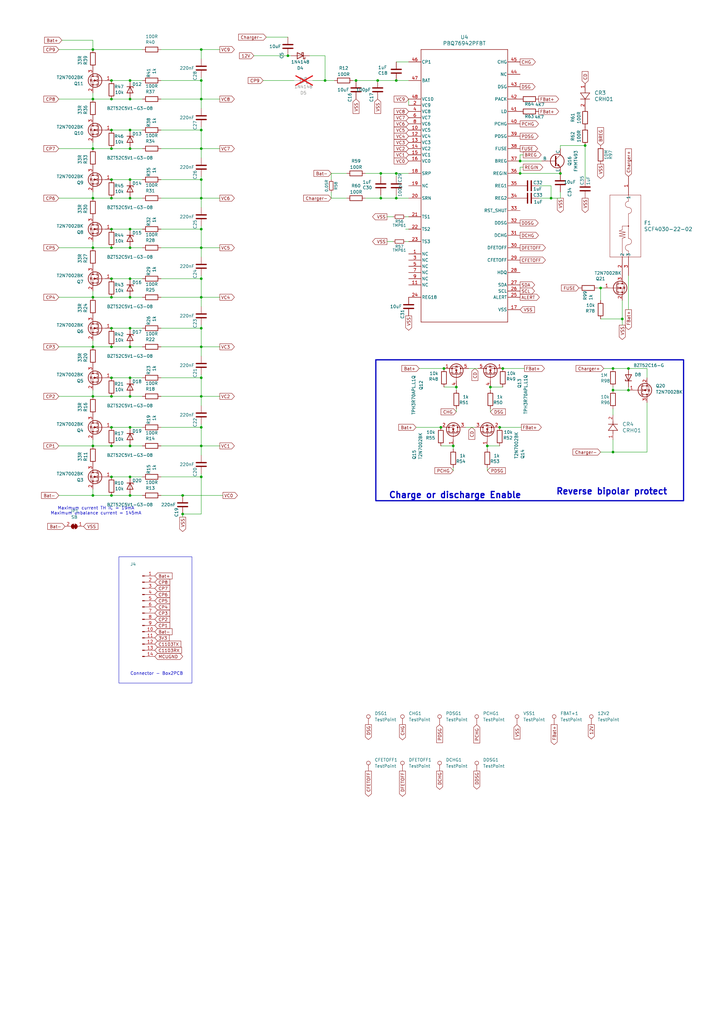
<source format=kicad_sch>
(kicad_sch (version 20231120) (generator "eeschema") (generator_version "8.0")
  (paper "A3" portrait)
  (lib_symbols
    (symbol "BQ96942:PBQ76942PFBT" (pin_names (offset 0.254))
      (property "Reference" "U" (at 0 2.54 0))
      (property "Value" "PBQ76942PFBT" (at 0 0 0))
      (symbol "PBQ76942PFBT_0_1"
        (pin unspecified line (at -22.86 -27.94 0) (length 5.08) (name "NC") (number "1"))
        (pin input line (at -22.86 22.86 0) (length 5.08) (name "VC5") (number "10"))
        (pin unspecified line (at -22.86 -40.64 0) (length 5.08) (name "NC") (number "11"))
        (pin input line (at -22.86 20.32 0) (length 5.08) (name "VC4") (number "12"))
        (pin input line (at -22.86 17.78 0) (length 5.08) (name "VC3") (number "13"))
        (pin input line (at -22.86 15.24 0) (length 5.08) (name "VC2") (number "14"))
        (pin input line (at -22.86 12.7 0) (length 5.08) (name "VC1") (number "15"))
        (pin input line (at -22.86 10.16 0) (length 5.08) (name "VC0") (number "16"))
        (pin power_in line (at 22.86 -50.8 180) (length 5.08) (name "VSS") (number "17"))
        (pin input line (at -22.86 5.08 0) (length 5.08) (name "SRP") (number "18"))
        (pin unspecified line (at -22.86 0 0) (length 5.08) (name "NC") (number "19"))
        (pin input line (at -22.86 33.02 0) (length 5.08) (name "VC9") (number "2"))
        (pin input line (at -22.86 -5.08 0) (length 5.08) (name "SRN") (number "20"))
        (pin bidirectional line (at -22.86 -12.7 0) (length 5.08) (name "TS1") (number "21"))
        (pin bidirectional line (at -22.86 -17.78 0) (length 5.08) (name "TS2") (number "22"))
        (pin bidirectional line (at -22.86 -22.86 0) (length 5.08) (name "TS3") (number "23"))
        (pin power_in line (at -22.86 -45.72 0) (length 5.08) (name "REG18") (number "24"))
        (pin bidirectional line (at 22.86 -45.72 180) (length 5.08) (name "ALERT") (number "25"))
        (pin bidirectional line (at 22.86 -43.18 180) (length 5.08) (name "SCL") (number "26"))
        (pin bidirectional line (at 22.86 -40.64 180) (length 5.08) (name "SDA") (number "27"))
        (pin bidirectional line (at 22.86 -35.56 180) (length 5.08) (name "HDQ") (number "28"))
        (pin bidirectional line (at 22.86 -30.48 180) (length 5.08) (name "CFETOFF") (number "29"))
        (pin unspecified line (at -22.86 -30.48 0) (length 5.08) (name "NC") (number "3"))
        (pin bidirectional line (at 22.86 -25.4 180) (length 5.08) (name "DFETOFF") (number "30"))
        (pin bidirectional line (at 22.86 -20.32 180) (length 5.08) (name "DCHG") (number "31"))
        (pin bidirectional line (at 22.86 -15.24 180) (length 5.08) (name "DDSG") (number "32"))
        (pin input line (at 22.86 -10.16 180) (length 5.08) (name "RST_SHUT") (number "33"))
        (pin power_in line (at 22.86 -5.08 180) (length 5.08) (name "REG2") (number "34"))
        (pin power_in line (at 22.86 0 180) (length 5.08) (name "REG1") (number "35"))
        (pin input line (at 22.86 5.08 180) (length 5.08) (name "REGIN") (number "36"))
        (pin output line (at 22.86 10.16 180) (length 5.08) (name "BREG") (number "37"))
        (pin input line (at 22.86 15.24 180) (length 5.08) (name "FUSE") (number "38"))
        (pin output line (at 22.86 20.32 180) (length 5.08) (name "PDSG") (number "39"))
        (pin input line (at -22.86 30.48 0) (length 5.08) (name "VC8") (number "4"))
        (pin output line (at 22.86 25.4 180) (length 5.08) (name "PCHG") (number "40"))
        (pin bidirectional line (at 22.86 30.48 180) (length 5.08) (name "LD") (number "41"))
        (pin bidirectional line (at 22.86 35.56 180) (length 5.08) (name "PACK") (number "42"))
        (pin output line (at 22.86 40.64 180) (length 5.08) (name "DSG") (number "43"))
        (pin unspecified line (at 22.86 45.72 180) (length 5.08) (name "NC") (number "44"))
        (pin output line (at 22.86 50.8 180) (length 5.08) (name "CHG") (number "45"))
        (pin bidirectional line (at -22.86 50.8 0) (length 5.08) (name "CP1") (number "46"))
        (pin power_in line (at -22.86 43.18 0) (length 5.08) (name "BAT") (number "47"))
        (pin input line (at -22.86 35.56 0) (length 5.08) (name "VC10") (number "48"))
        (pin unspecified line (at -22.86 -33.02 0) (length 5.08) (name "NC") (number "5"))
        (pin input line (at -22.86 27.94 0) (length 5.08) (name "VC7") (number "6"))
        (pin unspecified line (at -22.86 -35.56 0) (length 5.08) (name "NC") (number "7"))
        (pin input line (at -22.86 25.4 0) (length 5.08) (name "VC6") (number "8"))
        (pin unspecified line (at -22.86 -38.1 0) (length 5.08) (name "NC") (number "9"))
      )
    )
    (symbol "CRH01:CRH01" (pin_names (offset 0.254))
      (property "Reference" "CR" (at 5.08 4.445 0))
      (property "Value" "CRH01" (at 5.08 -3.81 0))
      (symbol "CRH01_1_1"
        (pin unspecified line (at 10.16 0 180) (length 2.54) (name "") (number "1"))
        (pin unspecified line (at 0 0 0) (length 2.54) (name "") (number "2"))
      )
      (symbol "CRH01_1_2"
        (pin unspecified line (at 0 10.16 270) (length 2.54) (name "") (number "1"))
        (pin unspecified line (at 0 0 90) (length 2.54) (name "") (number "2"))
      )
    )
    (symbol "Connector:Conn_01x14_Pin" (pin_names (offset 1.016) hide)
      (property "Reference" "J" (at 0 17.78 0))
      (property "Value" "Conn_01x14_Pin" (at 0 -20.32 0))
      (symbol "Conn_01x14_Pin_1_1"
        (pin passive line (at 5.08 15.24 180) (length 3.81) (name "Pin_1") (number "1"))
        (pin passive line (at 5.08 -7.62 180) (length 3.81) (name "Pin_10") (number "10"))
        (pin passive line (at 5.08 -10.16 180) (length 3.81) (name "Pin_11") (number "11"))
        (pin passive line (at 5.08 -12.7 180) (length 3.81) (name "Pin_12") (number "12"))
        (pin passive line (at 5.08 -15.24 180) (length 3.81) (name "Pin_13") (number "13"))
        (pin passive line (at 5.08 -17.78 180) (length 3.81) (name "Pin_14") (number "14"))
        (pin passive line (at 5.08 12.7 180) (length 3.81) (name "Pin_2") (number "2"))
        (pin passive line (at 5.08 10.16 180) (length 3.81) (name "Pin_3") (number "3"))
        (pin passive line (at 5.08 7.62 180) (length 3.81) (name "Pin_4") (number "4"))
        (pin passive line (at 5.08 5.08 180) (length 3.81) (name "Pin_5") (number "5"))
        (pin passive line (at 5.08 2.54 180) (length 3.81) (name "Pin_6") (number "6"))
        (pin passive line (at 5.08 0 180) (length 3.81) (name "Pin_7") (number "7"))
        (pin passive line (at 5.08 -2.54 180) (length 3.81) (name "Pin_8") (number "8"))
        (pin passive line (at 5.08 -5.08 180) (length 3.81) (name "Pin_9") (number "9"))
      )
    )
    (symbol "Connector:TestPoint" (pin_numbers hide) (pin_names (offset 0.762) hide)
      (property "Reference" "TP" (at 0 6.858 0))
      (property "Value" "TestPoint" (at 0 5.08 0))
      (symbol "TestPoint_1_1"
        (pin passive line (at 0 0 90) (length 2.54) (name "1") (number "1"))
      )
    )
    (symbol "Device:C" (pin_numbers hide) (pin_names (offset 0.254))
      (property "Reference" "C" (at 0.635 2.54 0))
      (property "Value" "C" (at 0.635 -2.54 0))
      (symbol "C_1_1"
        (pin passive line (at 0 3.81 270) (length 2.794) (name "~") (number "1"))
        (pin passive line (at 0 -3.81 90) (length 2.794) (name "~") (number "2"))
      )
    )
    (symbol "Device:D_Schottky" (pin_numbers hide) (pin_names (offset 1.016) hide)
      (property "Reference" "D" (at 0 2.54 0))
      (property "Value" "D_Schottky" (at 0 -2.54 0))
      (symbol "D_Schottky_1_1"
        (pin passive line (at -3.81 0 0) (length 2.54) (name "K") (number "1"))
        (pin passive line (at 3.81 0 180) (length 2.54) (name "A") (number "2"))
      )
    )
    (symbol "Device:D_Zener" (pin_numbers hide) (pin_names (offset 1.016) hide)
      (property "Reference" "D" (at 0 2.54 0))
      (property "Value" "D_Zener" (at 0 -2.54 0))
      (symbol "D_Zener_1_1"
        (pin passive line (at -3.81 0 0) (length 2.54) (name "K") (number "1"))
        (pin passive line (at 3.81 0 180) (length 2.54) (name "A") (number "2"))
      )
    )
    (symbol "Device:R" (pin_numbers hide) (pin_names (offset 0))
      (property "Reference" "R" (at 2.032 0 90))
      (property "Value" "R" (at 0 0 90))
      (symbol "R_1_1"
        (pin passive line (at 0 3.81 270) (length 1.27) (name "~") (number "1"))
        (pin passive line (at 0 -3.81 90) (length 1.27) (name "~") (number "2"))
      )
    )
    (symbol "Device:R_Small" (pin_numbers hide) (pin_names (offset 0.254) hide)
      (property "Reference" "R" (at 0.762 0.508 0))
      (property "Value" "R_Small" (at 0.762 -1.016 0))
      (symbol "R_Small_1_1"
        (pin passive line (at 0 2.54 270) (length 0.762) (name "~") (number "1"))
        (pin passive line (at 0 -2.54 90) (length 0.762) (name "~") (number "2"))
      )
    )
    (symbol "Jumper:SolderJumper_2_Bridged" (pin_names (offset 0) hide)
      (property "Reference" "JP" (at 0 2.032 0))
      (property "Value" "SolderJumper_2_Bridged" (at 0 -2.54 0))
      (symbol "SolderJumper_2_Bridged_1_1"
        (pin passive line (at -3.81 0 0) (length 2.54) (name "A") (number "1"))
        (pin passive line (at 3.81 0 180) (length 2.54) (name "B") (number "2"))
      )
    )
    (symbol "SCF4030-22-02:ITV4030L1212NR" (pin_names (offset 0.254))
      (property "Reference" "F" (at 20.32 10.16 0))
      (property "Value" "ITV4030L1212NR" (at 20.32 7.62 0))
      (symbol "ITV4030L1212NR_0_1"
        (pin unspecified line (at 0 0 0) (length 7.62) (name "1") (number "1"))
        (pin unspecified line (at 40.64 -2.54 180) (length 7.62) (name "2") (number "2"))
        (pin unspecified line (at 40.64 0 180) (length 7.62) (name "3") (number "3"))
      )
    )
    (symbol "Simulation_SPICE:NPN" (pin_numbers hide) (pin_names (offset 0))
      (property "Reference" "Q" (at -2.54 7.62 0))
      (property "Value" "NPN" (at -2.54 5.08 0))
      (symbol "NPN_1_1"
        (pin open_collector line (at 2.54 5.08 270) (length 2.54) (name "C") (number "1"))
        (pin input line (at -5.08 0 0) (length 2.54) (name "B") (number "2"))
        (pin open_emitter line (at 2.54 -5.08 90) (length 2.54) (name "E") (number "3"))
      )
    )
    (symbol "Transistor_FET:BSC105N10LSFG" (pin_names hide)
      (property "Reference" "Q" (at 5.08 1.905 0))
      (property "Value" "BSC105N10LSFG" (at 5.08 0 0))
      (symbol "BSC105N10LSFG_1_1"
        (pin passive line (at 2.54 -5.08 90) (length 2.54) (name "S") (number "1"))
        (pin passive line (at 2.54 -5.08 90) (length 2.54) hide (name "S") (number "2"))
        (pin passive line (at 2.54 -5.08 90) (length 2.54) hide (name "S") (number "3"))
        (pin passive line (at -5.08 0 0) (length 2.54) (name "G") (number "4"))
        (pin passive line (at 2.54 5.08 270) (length 2.54) (name "D") (number "5"))
      )
    )
    (symbol "Transistor_FET:T2N7002AK" (pin_names hide)
      (property "Reference" "Q" (at 5.08 1.905 0))
      (property "Value" "T2N7002AK" (at 5.08 0 0))
      (symbol "T2N7002AK_1_1"
        (pin input line (at -5.08 0 0) (length 2.54) (name "G") (number "1"))
        (pin passive line (at 2.54 -5.08 90) (length 2.54) (name "S") (number "2"))
        (pin passive line (at 2.54 5.08 270) (length 2.54) (name "D") (number "3"))
      )
    )
  )
  (junction (at 156.21 71.12))
  (junction (at 53.34 195.58))
  (junction (at 226.06 81.28))
  (junction (at 251.46 151.13))
  (junction (at 45.72 121.92))
  (junction (at 38.1 203.2))
  (junction (at 45.72 134.62))
  (junction (at 53.34 101.6))
  (junction (at 53.34 142.24))
  (junction (at 82.55 195.58))
  (junction (at 240.03 59.69))
  (junction (at 82.55 93.98))
  (junction (at 45.72 175.26))
  (junction (at 38.1 162.56))
  (junction (at 146.05 33.02))
  (junction (at 45.72 182.88))
  (junction (at 45.72 203.2))
  (junction (at 53.34 162.56))
  (junction (at 82.55 121.92))
  (junction (at 162.56 71.12))
  (junction (at 246.38 118.11))
  (junction (at 45.72 73.66))
  (junction (at 82.55 33.02))
  (junction (at 45.72 81.28))
  (junction (at 82.55 114.3))
  (junction (at 45.72 40.64))
  (junction (at 82.55 142.24))
  (junction (at 82.55 182.88))
  (junction (at 156.21 81.28))
  (junction (at 133.35 33.02))
  (junction (at 38.1 101.6))
  (junction (at 45.72 101.6))
  (junction (at 53.34 182.88))
  (junction (at 201.168 158.75))
  (junction (at 82.55 134.62))
  (junction (at 38.1 60.96))
  (junction (at 38.1 40.64))
  (junction (at 45.72 142.24))
  (junction (at 182.118 151.13))
  (junction (at 53.34 175.26))
  (junction (at 38.1 142.24))
  (junction (at 82.55 81.28))
  (junction (at 162.56 33.02))
  (junction (at 38.1 81.28))
  (junction (at 82.55 60.96))
  (junction (at 53.34 81.28))
  (junction (at 82.55 20.32))
  (junction (at 251.46 185.42))
  (junction (at 255.27 130.81))
  (junction (at 45.72 195.58))
  (junction (at 53.34 40.64))
  (junction (at 185.928 182.88))
  (junction (at 45.72 114.3))
  (junction (at 38.1 20.32))
  (junction (at 118.11 22.86))
  (junction (at 82.55 162.56))
  (junction (at 199.898 182.88))
  (junction (at 53.34 114.3))
  (junction (at 53.34 73.66))
  (junction (at 180.848 175.26))
  (junction (at 162.56 81.28))
  (junction (at 74.93 203.2))
  (junction (at 251.46 160.02))
  (junction (at 204.978 175.26))
  (junction (at 187.198 158.75))
  (junction (at 82.55 154.94))
  (junction (at 45.72 60.96))
  (junction (at 154.94 33.02))
  (junction (at 53.34 134.62))
  (junction (at 53.34 60.96))
  (junction (at 82.55 40.64))
  (junction (at 257.81 151.13))
  (junction (at 82.55 101.6))
  (junction (at 82.55 73.66))
  (junction (at 74.93 210.82))
  (junction (at 38.1 121.92))
  (junction (at 38.1 182.88))
  (junction (at 53.34 154.94))
  (junction (at 45.72 33.02))
  (junction (at 45.72 93.98))
  (junction (at 53.34 203.2))
  (junction (at 53.34 121.92))
  (junction (at 213.36 71.12))
  (junction (at 257.81 160.02))
  (junction (at 82.55 53.34))
  (junction (at 45.72 154.94))
  (junction (at 82.55 175.26))
  (junction (at 213.36 66.04))
  (junction (at 53.34 93.98))
  (junction (at 206.248 151.13))
  (junction (at 45.72 53.34))
  (junction (at 45.72 162.56))
  (junction (at 53.34 53.34))
  (junction (at 229.87 71.12))
  (junction (at 53.34 33.02))
  (wire (pts (xy 38.1 121.92) (xy 45.72 121.92)))
  (wire (pts (xy 24.13 182.88) (xy 38.1 182.88)))
  (wire (pts (xy 82.55 93.98) (xy 82.55 101.6)))
  (wire (pts (xy 38.1 160.02) (xy 38.1 162.56)))
  (wire (pts (xy 24.13 121.92) (xy 38.1 121.92)))
  (wire (pts (xy 38.1 20.32) (xy 58.42 20.32)))
  (wire (pts (xy 82.55 194.31) (xy 82.55 195.58)))
  (wire (pts (xy 201.168 158.75) (xy 201.168 160.02)))
  (wire (pts (xy 82.55 162.56) (xy 90.17 162.56)))
  (wire (pts (xy 66.04 114.3) (xy 82.55 114.3)))
  (wire (pts (xy 82.55 60.96) (xy 90.17 60.96)))
  (wire (pts (xy 251.46 185.42) (xy 265.43 185.42)))
  (wire (pts (xy 213.36 71.12) (xy 229.87 71.12)))
  (wire (pts (xy 213.36 68.58) (xy 213.36 71.12)))
  (wire (pts (xy 66.04 60.96) (xy 82.55 60.96)))
  (wire (pts (xy 82.55 33.02) (xy 82.55 40.64)))
  (wire (pts (xy 24.13 162.56) (xy 38.1 162.56)))
  (wire (pts (xy 82.55 24.13) (xy 82.55 20.32)))
  (wire (pts (xy 53.34 142.24) (xy 58.42 142.24)))
  (wire (pts (xy 82.55 125.73) (xy 82.55 121.92)))
  (wire (pts (xy 149.86 81.28) (xy 156.21 81.28)))
  (wire (pts (xy 257.81 158.75) (xy 257.81 160.02)))
  (wire (pts (xy 199.898 193.04) (xy 199.898 191.77)))
  (wire (pts (xy 133.35 33.02) (xy 137.16 33.02)))
  (wire (pts (xy 82.55 186.69) (xy 82.55 182.88)))
  (wire (pts (xy 199.898 182.88) (xy 199.898 184.15)))
  (wire (pts (xy 53.34 154.94) (xy 58.42 154.94)))
  (wire (pts (xy 109.22 15.24) (xy 118.11 15.24)))
  (wire (pts (xy 82.55 53.34) (xy 82.55 60.96)))
  (wire (pts (xy 180.848 175.26) (xy 170.688 175.26)))
  (wire (pts (xy 251.46 151.13) (xy 257.81 151.13)))
  (wire (pts (xy 66.04 101.6) (xy 82.55 101.6)))
  (wire (pts (xy 66.04 33.02) (xy 82.55 33.02)))
  (wire (pts (xy 82.55 40.64) (xy 90.17 40.64)))
  (wire (pts (xy 82.55 52.07) (xy 82.55 53.34)))
  (wire (pts (xy 156.21 71.12) (xy 162.56 71.12)))
  (wire (pts (xy 38.1 16.51) (xy 38.1 20.32)))
  (wire (pts (xy 45.72 134.62) (xy 53.34 134.62)))
  (wire (pts (xy 38.1 119.38) (xy 38.1 121.92)))
  (wire (pts (xy 82.55 134.62) (xy 82.55 142.24)))
  (wire (pts (xy 53.34 60.96) (xy 58.42 60.96)))
  (wire (pts (xy 82.55 85.09) (xy 82.55 81.28)))
  (wire (pts (xy 82.55 44.45) (xy 82.55 40.64)))
  (wire (pts (xy 127 22.86) (xy 133.35 22.86)))
  (wire (pts (xy 38.1 200.66) (xy 38.1 203.2)))
  (wire (pts (xy 246.38 130.81) (xy 255.27 130.81)))
  (wire (pts (xy 162.56 25.4) (xy 167.64 25.4)))
  (wire (pts (xy 53.34 33.02) (xy 58.42 33.02)))
  (wire (pts (xy 82.55 142.24) (xy 90.17 142.24)))
  (wire (pts (xy 38.1 60.96) (xy 45.72 60.96)))
  (wire (pts (xy 38.1 203.2) (xy 45.72 203.2)))
  (wire (pts (xy 82.55 146.05) (xy 82.55 142.24)))
  (wire (pts (xy 246.38 118.11) (xy 245.11 118.11)))
  (wire (pts (xy 214.63 68.58) (xy 213.36 68.58)))
  (wire (pts (xy 45.72 203.2) (xy 53.34 203.2)))
  (wire (pts (xy 226.06 76.2) (xy 226.06 81.28)))
  (wire (pts (xy 118.11 22.86) (xy 119.38 22.86)))
  (wire (pts (xy 53.34 93.98) (xy 58.42 93.98)))
  (wire (pts (xy 82.55 72.39) (xy 82.55 73.66)))
  (wire (pts (xy 45.72 175.26) (xy 53.34 175.26)))
  (wire (pts (xy 53.34 134.62) (xy 58.42 134.62)))
  (wire (pts (xy 156.21 71.12) (xy 156.21 72.39)))
  (wire (pts (xy 45.72 154.94) (xy 53.34 154.94)))
  (wire (pts (xy 158.75 88.9) (xy 161.29 88.9)))
  (wire (pts (xy 162.56 71.12) (xy 162.56 72.39)))
  (wire (pts (xy 182.118 151.13) (xy 171.958 151.13)))
  (wire (pts (xy 24.13 203.2) (xy 38.1 203.2)))
  (wire (pts (xy 82.55 153.67) (xy 82.55 154.94)))
  (wire (pts (xy 162.56 80.01) (xy 162.56 81.28)))
  (wire (pts (xy 201.168 168.91) (xy 201.168 167.64)))
  (wire (pts (xy 38.1 81.28) (xy 45.72 81.28)))
  (wire (pts (xy 247.65 151.13) (xy 251.46 151.13)))
  (wire (pts (xy 82.55 20.32) (xy 90.17 20.32)))
  (wire (pts (xy 144.78 33.02) (xy 146.05 33.02)))
  (wire (pts (xy 74.93 203.2) (xy 91.44 203.2)))
  (wire (pts (xy 45.72 81.28) (xy 53.34 81.28)))
  (wire (pts (xy 206.248 158.75) (xy 201.168 158.75)))
  (wire (pts (xy 185.928 182.88) (xy 185.928 184.15)))
  (wire (pts (xy 185.928 191.77) (xy 185.928 193.04)))
  (wire (pts (xy 38.1 180.34) (xy 38.1 182.88)))
  (wire (pts (xy 82.55 121.92) (xy 90.17 121.92)))
  (wire (pts (xy 82.55 154.94) (xy 82.55 162.56)))
  (wire (pts (xy 53.34 203.2) (xy 58.42 203.2)))
  (wire (pts (xy 66.04 20.32) (xy 82.55 20.32)))
  (wire (pts (xy 146.05 33.02) (xy 154.94 33.02)))
  (wire (pts (xy 38.1 58.42) (xy 38.1 60.96)))
  (wire (pts (xy 24.13 60.96) (xy 38.1 60.96)))
  (wire (pts (xy 220.98 76.2) (xy 226.06 76.2)))
  (wire (pts (xy 53.34 81.28) (xy 58.42 81.28)))
  (wire (pts (xy 187.198 158.75) (xy 182.118 158.75)))
  (wire (pts (xy 82.55 173.99) (xy 82.55 175.26)))
  (wire (pts (xy 135.89 71.12) (xy 142.24 71.12)))
  (wire (pts (xy 24.13 40.64) (xy 38.1 40.64)))
  (wire (pts (xy 25.4 16.51) (xy 38.1 16.51)))
  (wire (pts (xy 53.34 195.58) (xy 58.42 195.58)))
  (wire (pts (xy 187.198 167.64) (xy 187.198 168.91)))
  (wire (pts (xy 229.87 59.69) (xy 240.03 59.69)))
  (wire (pts (xy 247.65 118.11) (xy 246.38 118.11)))
  (wire (pts (xy 45.72 101.6) (xy 53.34 101.6)))
  (wire (pts (xy 82.55 113.03) (xy 82.55 114.3)))
  (wire (pts (xy 251.46 180.34) (xy 251.46 185.42)))
  (wire (pts (xy 82.55 31.75) (xy 82.55 33.02)))
  (wire (pts (xy 167.64 40.64) (xy 167.64 43.18)))
  (wire (pts (xy 53.34 114.3) (xy 58.42 114.3)))
  (wire (pts (xy 82.55 92.71) (xy 82.55 93.98)))
  (wire (pts (xy 38.1 78.74) (xy 38.1 81.28)))
  (wire (pts (xy 128.27 33.02) (xy 133.35 33.02)))
  (wire (pts (xy 265.43 154.94) (xy 265.43 151.13)))
  (wire (pts (xy 45.72 60.96) (xy 53.34 60.96)))
  (wire (pts (xy 229.87 81.28) (xy 226.06 81.28)))
  (wire (pts (xy 82.55 81.28) (xy 90.17 81.28)))
  (wire (pts (xy 162.56 81.28) (xy 167.64 81.28)))
  (wire (pts (xy 104.14 22.86) (xy 118.11 22.86)))
  (wire (pts (xy 45.72 114.3) (xy 53.34 114.3)))
  (wire (pts (xy 66.04 182.88) (xy 82.55 182.88)))
  (wire (pts (xy 156.21 80.01) (xy 156.21 81.28)))
  (wire (pts (xy 251.46 158.75) (xy 251.46 160.02)))
  (wire (pts (xy 213.36 66.04) (xy 222.25 66.04)))
  (wire (pts (xy 45.72 142.24) (xy 53.34 142.24)))
  (wire (pts (xy 45.72 121.92) (xy 53.34 121.92)))
  (wire (pts (xy 24.13 142.24) (xy 38.1 142.24)))
  (wire (pts (xy 90.17 182.88) (xy 82.55 182.88)))
  (wire (pts (xy 158.75 99.06) (xy 161.29 99.06)))
  (wire (pts (xy 194.818 175.26) (xy 191.008 175.26)))
  (wire (pts (xy 53.34 101.6) (xy 58.42 101.6)))
  (wire (pts (xy 53.34 175.26) (xy 58.42 175.26)))
  (wire (pts (xy 66.04 154.94) (xy 82.55 154.94)))
  (wire (pts (xy 38.1 40.64) (xy 45.72 40.64)))
  (wire (pts (xy 82.55 133.35) (xy 82.55 134.62)))
  (wire (pts (xy 45.72 162.56) (xy 53.34 162.56)))
  (wire (pts (xy 166.37 99.06) (xy 167.64 99.06)))
  (wire (pts (xy 66.04 203.2) (xy 74.93 203.2)))
  (wire (pts (xy 229.87 59.69) (xy 229.87 60.96)))
  (wire (pts (xy 257.81 151.13) (xy 265.43 151.13)))
  (wire (pts (xy 226.06 81.28) (xy 220.98 81.28)))
  (wire (pts (xy 196.088 151.13) (xy 192.278 151.13)))
  (wire (pts (xy 66.04 175.26) (xy 82.55 175.26)))
  (wire (pts (xy 82.55 166.37) (xy 82.55 162.56)))
  (wire (pts (xy 246.38 118.11) (xy 246.38 123.19)))
  (wire (pts (xy 38.1 142.24) (xy 45.72 142.24)))
  (wire (pts (xy 166.37 93.98) (xy 167.64 93.98)))
  (wire (pts (xy 213.868 175.26) (xy 204.978 175.26)))
  (wire (pts (xy 82.55 105.41) (xy 82.55 101.6)))
  (wire (pts (xy 38.1 101.6) (xy 45.72 101.6)))
  (wire (pts (xy 53.34 53.34) (xy 58.42 53.34)))
  (wire (pts (xy 135.89 71.12) (xy 135.89 73.66)))
  (wire (pts (xy 251.46 167.64) (xy 251.46 170.18)))
  (wire (pts (xy 82.55 73.66) (xy 82.55 81.28)))
  (wire (pts (xy 53.34 73.66) (xy 58.42 73.66)))
  (wire (pts (xy 265.43 165.1) (xy 265.43 185.42)))
  (wire (pts (xy 45.72 195.58) (xy 53.34 195.58)))
  (wire (pts (xy 135.89 81.28) (xy 142.24 81.28)))
  (wire (pts (xy 255.27 130.81) (xy 255.27 133.35)))
  (wire (pts (xy 53.34 162.56) (xy 58.42 162.56)))
  (wire (pts (xy 154.94 33.02) (xy 162.56 33.02)))
  (wire (pts (xy 82.55 101.6) (xy 90.17 101.6)))
  (wire (pts (xy 24.13 81.28) (xy 38.1 81.28)))
  (wire (pts (xy 38.1 182.88) (xy 45.72 182.88)))
  (wire (pts (xy 215.138 151.13) (xy 206.248 151.13)))
  (wire (pts (xy 66.04 134.62) (xy 82.55 134.62)))
  (wire (pts (xy 82.55 210.82) (xy 74.93 210.82)))
  (wire (pts (xy 185.928 182.88) (xy 180.848 182.88)))
  (wire (pts (xy 82.55 175.26) (xy 82.55 182.88)))
  (wire (pts (xy 107.95 33.02) (xy 120.65 33.02)))
  (wire (pts (xy 38.1 162.56) (xy 45.72 162.56)))
  (wire (pts (xy 162.56 33.02) (xy 167.64 33.02)))
  (wire (pts (xy 74.93 210.82) (xy 74.93 212.09)))
  (wire (pts (xy 66.04 81.28) (xy 82.55 81.28)))
  (wire (pts (xy 162.56 71.12) (xy 167.64 71.12)))
  (wire (pts (xy 38.1 139.7) (xy 38.1 142.24)))
  (wire (pts (xy 229.87 78.74) (xy 229.87 81.28)))
  (wire (pts (xy 156.21 81.28) (xy 162.56 81.28)))
  (wire (pts (xy 45.72 182.88) (xy 53.34 182.88)))
  (wire (pts (xy 240.03 73.66) (xy 240.03 59.69)))
  (wire (pts (xy 204.978 182.88) (xy 199.898 182.88)))
  (wire (pts (xy 45.72 93.98) (xy 53.34 93.98)))
  (wire (pts (xy 53.34 40.64) (xy 58.42 40.64)))
  (wire (pts (xy 214.63 63.5) (xy 213.36 63.5)))
  (wire (pts (xy 66.04 162.56) (xy 82.55 162.56)))
  (wire (pts (xy 53.34 121.92) (xy 58.42 121.92)))
  (wire (pts (xy 24.13 101.6) (xy 38.1 101.6)))
  (wire (pts (xy 167.64 88.9) (xy 166.37 88.9)))
  (wire (pts (xy 82.55 195.58) (xy 82.55 210.82)))
  (wire (pts (xy 66.04 93.98) (xy 82.55 93.98)))
  (wire (pts (xy 45.72 53.34) (xy 53.34 53.34)))
  (wire (pts (xy 133.35 22.86) (xy 133.35 33.02)))
  (wire (pts (xy 66.04 40.64) (xy 82.55 40.64)))
  (wire (pts (xy 66.04 53.34) (xy 82.55 53.34)))
  (wire (pts (xy 257.81 127) (xy 257.81 113.03)))
  (wire (pts (xy 135.89 78.74) (xy 135.89 81.28)))
  (wire (pts (xy 66.04 73.66) (xy 82.55 73.66)))
  (wire (pts (xy 213.36 63.5) (xy 213.36 66.04)))
  (wire (pts (xy 149.86 71.12) (xy 156.21 71.12)))
  (wire (pts (xy 24.13 20.32) (xy 38.1 20.32)))
  (wire (pts (xy 82.55 114.3) (xy 82.55 121.92)))
  (wire (pts (xy 66.04 121.92) (xy 82.55 121.92)))
  (wire (pts (xy 82.55 64.77) (xy 82.55 60.96)))
  (wire (pts (xy 246.38 185.42) (xy 251.46 185.42)))
  (wire (pts (xy 45.72 73.66) (xy 53.34 73.66)))
  (wire (pts (xy 45.72 40.64) (xy 53.34 40.64)))
  (wire (pts (xy 38.1 38.1) (xy 38.1 40.64)))
  (wire (pts (xy 66.04 195.58) (xy 82.55 195.58)))
  (wire (pts (xy 38.1 99.06) (xy 38.1 101.6)))
  (wire (pts (xy 53.34 182.88) (xy 58.42 182.88)))
  (wire (pts (xy 187.198 158.75) (xy 187.198 160.02)))
  (wire (pts (xy 255.27 123.19) (xy 255.27 130.81)))
  (wire (pts (xy 66.04 142.24) (xy 82.55 142.24)))
  (wire (pts (xy 251.46 160.02) (xy 257.81 160.02)))
  (wire (pts (xy 45.72 33.02) (xy 53.34 33.02)))
  (rectangle (start 48.768 228.346) (end 78.74 280.162))
  (rectangle (start 154.178 147.574) (end 280.416 205.359) (stroke (width 0.5)))
  (text "Connector - Box2PCB" (at 64.262 276.352 0) (effects (font (size 1.27 1.27))))
  (text "Reverse bipolar protect" (at 250.952 201.676 0) (effects (font (size 2.54 2.54) (thickness 0.508) (bold yes))))
  (text "Charge or discharge Enable" (at 186.69 203.2 0) (effects (font (size 2.54 2.54) (thickness 0.508) (bold yes))))
  (text "Maximum current TH IC = 19mA\nMaximum unbalance current = 145mA" (at 39.37 209.55 0) (effects (font (size 1.27 1.27))))
  (global_label "FUSE" (shape input) (at 237.49 118.11 180) (property "Intersheetrefs" "${INTERSHEET_REFS}" (effects (hide yes))))
  (global_label "VC1" (shape output) (at 90.17 182.88 0) (property "Intersheetrefs" "${INTERSHEET_REFS}" (effects (hide yes))))
  (global_label "3V3" (shape input) (at 63.5 261.62 0) (property "Intersheetrefs" "${INTERSHEET_REFS}" (effects (hide yes))))
  (global_label "Bat-" (shape input) (at 24.13 203.2 180) (property "Intersheetrefs" "${INTERSHEET_REFS}" (effects (hide yes))))
  (global_label "CP8" (shape input) (at 24.13 40.64 180) (property "Intersheetrefs" "${INTERSHEET_REFS}" (effects (hide yes))))
  (global_label "Bat+" (shape input) (at 63.5 236.22 0) (property "Intersheetrefs" "${INTERSHEET_REFS}" (effects (hide yes))))
  (global_label "CHG" (shape output) (at 165.1 297.18 270) (property "Intersheetrefs" "${INTERSHEET_REFS}" (effects (hide yes))))
  (global_label "DDSG" (shape output) (at 195.58 316.23 270) (property "Intersheetrefs" "${INTERSHEET_REFS}" (effects (hide yes))))
  (global_label "CP9" (shape input) (at 24.13 20.32 180) (property "Intersheetrefs" "${INTERSHEET_REFS}" (effects (hide yes))))
  (global_label "Bat-" (shape input) (at 63.5 259.08 0) (property "Intersheetrefs" "${INTERSHEET_REFS}" (effects (hide yes))))
  (global_label "12V" (shape output) (at 242.57 297.18 270) (property "Intersheetrefs" "${INTERSHEET_REFS}" (effects (hide yes))))
  (global_label "CP9" (shape input) (at 107.95 33.02 180) (property "Intersheetrefs" "${INTERSHEET_REFS}" (effects (hide yes))))
  (global_label "VSS" (shape input) (at 34.29 215.9 0) (property "Intersheetrefs" "${INTERSHEET_REFS}" (effects (hide yes))))
  (global_label "VSS" (shape output) (at 246.38 67.31 270) (property "Intersheetrefs" "${INTERSHEET_REFS}" (effects (hide yes))))
  (global_label "BREG" (shape input) (at 246.38 59.69 90) (property "Intersheetrefs" "${INTERSHEET_REFS}" (effects (hide yes))))
  (global_label "C1103TX" (shape input) (at 63.5 264.16 0) (property "Intersheetrefs" "${INTERSHEET_REFS}" (effects (hide yes))))
  (global_label "FBat+" (shape output) (at 227.33 297.18 270) (property "Intersheetrefs" "${INTERSHEET_REFS}" (effects (hide yes))))
  (global_label "CP1" (shape input) (at 63.5 256.54 0) (property "Intersheetrefs" "${INTERSHEET_REFS}" (effects (hide yes))))
  (global_label "CD" (shape input) (at 194.818 151.13 270) (property "Intersheetrefs" "${INTERSHEET_REFS}" (effects (hide yes))))
  (global_label "Bat+" (shape input) (at 25.4 16.51 180) (property "Intersheetrefs" "${INTERSHEET_REFS}" (effects (hide yes))))
  (global_label "VSS" (shape output) (at 255.27 133.35 270) (property "Intersheetrefs" "${INTERSHEET_REFS}" (effects (hide yes))))
  (global_label "DSG" (shape output) (at 151.13 297.18 270) (property "Intersheetrefs" "${INTERSHEET_REFS}" (effects (hide yes))))
  (global_label "VC7" (shape output) (at 90.17 60.96 0) (property "Intersheetrefs" "${INTERSHEET_REFS}" (effects (hide yes))))
  (global_label "VC5" (shape input) (at 167.64 53.34 180) (property "Intersheetrefs" "${INTERSHEET_REFS}" (effects (hide yes))))
  (global_label "DCHG" (shape output) (at 213.36 96.52 0) (property "Intersheetrefs" "${INTERSHEET_REFS}" (effects (hide yes))))
  (global_label "VSS" (shape output) (at 158.75 99.06 180) (property "Intersheetrefs" "${INTERSHEET_REFS}" (effects (hide yes))))
  (global_label "VSS" (shape input) (at 146.05 40.64 270) (property "Intersheetrefs" "${INTERSHEET_REFS}" (effects (hide yes))))
  (global_label "PDSG" (shape input) (at 180.34 297.18 270) (property "Intersheetrefs" "${INTERSHEET_REFS}" (effects (hide yes))))
  (global_label "CP4" (shape input) (at 63.5 248.92 0) (property "Intersheetrefs" "${INTERSHEET_REFS}" (effects (hide yes))))
  (global_label "DCHG" (shape output) (at 180.34 316.23 270) (property "Intersheetrefs" "${INTERSHEET_REFS}" (effects (hide yes))))
  (global_label "VSS" (shape input) (at 154.94 40.64 270) (property "Intersheetrefs" "${INTERSHEET_REFS}" (effects (hide yes))))
  (global_label "VC8" (shape input) (at 167.64 45.72 180) (property "Intersheetrefs" "${INTERSHEET_REFS}" (effects (hide yes))))
  (global_label "Bat-" (shape input) (at 135.89 71.12 180) (property "Intersheetrefs" "${INTERSHEET_REFS}" (effects (hide yes))))
  (global_label "DSG" (shape input) (at 201.168 168.91 0) (property "Intersheetrefs" "${INTERSHEET_REFS}" (effects (hide yes))))
  (global_label "FUSE" (shape output) (at 213.36 60.96 0) (property "Intersheetrefs" "${INTERSHEET_REFS}" (effects (hide yes))))
  (global_label "VC2" (shape input) (at 167.64 60.96 180) (property "Intersheetrefs" "${INTERSHEET_REFS}" (effects (hide yes))))
  (global_label "CP6" (shape input) (at 24.13 81.28 180) (property "Intersheetrefs" "${INTERSHEET_REFS}" (effects (hide yes))))
  (global_label "VSS" (shape output) (at 240.03 81.28 270) (property "Intersheetrefs" "${INTERSHEET_REFS}" (effects (hide yes))))
  (global_label "CP1" (shape input) (at 24.13 182.88 180) (property "Intersheetrefs" "${INTERSHEET_REFS}" (effects (hide yes))))
  (global_label "CP7" (shape input) (at 63.5 241.3 0) (property "Intersheetrefs" "${INTERSHEET_REFS}" (effects (hide yes))))
  (global_label "CP6" (shape input) (at 63.5 243.84 0) (property "Intersheetrefs" "${INTERSHEET_REFS}" (effects (hide yes))))
  (global_label "VSS" (shape output) (at 167.64 129.54 270) (property "Intersheetrefs" "${INTERSHEET_REFS}" (effects (hide yes))))
  (global_label "DDSG" (shape output) (at 213.36 91.44 0) (property "Intersheetrefs" "${INTERSHEET_REFS}" (effects (hide yes))))
  (global_label "PCHG" (shape output) (at 213.36 50.8 0) (property "Intersheetrefs" "${INTERSHEET_REFS}" (effects (hide yes))))
  (global_label "VSS" (shape output) (at 158.75 88.9 180) (property "Intersheetrefs" "${INTERSHEET_REFS}" (effects (hide yes))))
  (global_label "Charger-" (shape input) (at 246.38 185.42 180) (property "Intersheetrefs" "${INTERSHEET_REFS}" (effects (hide yes))))
  (global_label "Charger+" (shape input) (at 247.65 151.13 180) (property "Intersheetrefs" "${INTERSHEET_REFS}" (effects (hide yes))))
  (global_label "VC1" (shape input) (at 167.64 63.5 180) (property "Intersheetrefs" "${INTERSHEET_REFS}" (effects (hide yes))))
  (global_label "VC0" (shape output) (at 91.44 203.2 0) (property "Intersheetrefs" "${INTERSHEET_REFS}" (effects (hide yes))))
  (global_label "SCL" (shape output) (at 213.36 119.38 0) (property "Intersheetrefs" "${INTERSHEET_REFS}" (effects (hide yes))))
  (global_label "DFETOFF" (shape output) (at 165.1 316.23 270) (property "Intersheetrefs" "${INTERSHEET_REFS}" (effects (hide yes))))
  (global_label "CFETOFF" (shape output) (at 151.13 316.23 270) (property "Intersheetrefs" "${INTERSHEET_REFS}" (effects (hide yes))))
  (global_label "PDSG" (shape output) (at 213.36 55.88 0) (property "Intersheetrefs" "${INTERSHEET_REFS}" (effects (hide yes))))
  (global_label "FBat+" (shape output) (at 213.868 175.26 0) (property "Intersheetrefs" "${INTERSHEET_REFS}" (effects (hide yes))))
  (global_label "VC3" (shape output) (at 90.17 142.24 0) (property "Intersheetrefs" "${INTERSHEET_REFS}" (effects (hide yes))))
  (global_label "VC2" (shape output) (at 90.17 162.56 0) (property "Intersheetrefs" "${INTERSHEET_REFS}" (effects (hide yes))))
  (global_label "VC5" (shape output) (at 90.17 101.6 0) (property "Intersheetrefs" "${INTERSHEET_REFS}" (effects (hide yes))))
  (global_label "12V" (shape input) (at 104.14 22.86 180) (property "Intersheetrefs" "${INTERSHEET_REFS}" (effects (hide yes))))
  (global_label "FBat+" (shape output) (at 220.98 40.64 0) (property "Intersheetrefs" "${INTERSHEET_REFS}" (effects (hide yes))))
  (global_label "Charger-" (shape input) (at 135.89 81.28 180) (property "Intersheetrefs" "${INTERSHEET_REFS}" (effects (hide yes))))
  (global_label "Charger+" (shape input) (at 257.81 72.39 90) (property "Intersheetrefs" "${INTERSHEET_REFS}" (effects (hide yes))))
  (global_label "CHG" (shape output) (at 213.36 25.4 0) (property "Intersheetrefs" "${INTERSHEET_REFS}" (effects (hide yes))))
  (global_label "CHG" (shape input) (at 187.198 168.91 180) (property "Intersheetrefs" "${INTERSHEET_REFS}" (effects (hide yes))))
  (global_label "VC7" (shape input) (at 167.64 48.26 180) (property "Intersheetrefs" "${INTERSHEET_REFS}" (effects (hide yes))))
  (global_label "CP7" (shape input) (at 24.13 60.96 180) (property "Intersheetrefs" "${INTERSHEET_REFS}" (effects (hide yes))))
  (global_label "VSS" (shape input) (at 212.09 297.18 270) (property "Intersheetrefs" "${INTERSHEET_REFS}" (effects (hide yes))))
  (global_label "DSG" (shape output) (at 213.36 35.56 0) (property "Intersheetrefs" "${INTERSHEET_REFS}" (effects (hide yes))))
  (global_label "Bat+" (shape input) (at 171.958 151.13 180) (property "Intersheetrefs" "${INTERSHEET_REFS}" (effects (hide yes))))
  (global_label "CD" (shape input) (at 193.548 175.26 270) (property "Intersheetrefs" "${INTERSHEET_REFS}" (effects (hide yes))))
  (global_label "REGIN" (shape output) (at 214.63 68.58 0) (property "Intersheetrefs" "${INTERSHEET_REFS}" (effects (hide yes))))
  (global_label "CP2" (shape input) (at 63.5 254 0) (property "Intersheetrefs" "${INTERSHEET_REFS}" (effects (hide yes))))
  (global_label "C1103RX" (shape input) (at 63.5 266.7 0) (property "Intersheetrefs" "${INTERSHEET_REFS}" (effects (hide yes))))
  (global_label "CP5" (shape input) (at 63.5 246.38 0) (property "Intersheetrefs" "${INTERSHEET_REFS}" (effects (hide yes))))
  (global_label "FBat+" (shape output) (at 215.138 151.13 0) (property "Intersheetrefs" "${INTERSHEET_REFS}" (effects (hide yes))))
  (global_label "VSS" (shape input) (at 213.36 127 0) (property "Intersheetrefs" "${INTERSHEET_REFS}" (effects (hide yes))))
  (global_label "Bat+" (shape input) (at 170.688 175.26 180) (property "Intersheetrefs" "${INTERSHEET_REFS}" (effects (hide yes))))
  (global_label "Charger-" (shape input) (at 109.22 15.24 180) (property "Intersheetrefs" "${INTERSHEET_REFS}" (effects (hide yes))))
  (global_label "VC9" (shape input) (at 167.64 40.64 180) (property "Intersheetrefs" "${INTERSHEET_REFS}" (effects (hide yes))))
  (global_label "VC6" (shape output) (at 90.17 81.28 0) (property "Intersheetrefs" "${INTERSHEET_REFS}" (effects (hide yes))))
  (global_label "CP8" (shape input) (at 63.5 238.76 0) (property "Intersheetrefs" "${INTERSHEET_REFS}" (effects (hide yes))))
  (global_label "Bat-" (shape input) (at 26.67 215.9 180) (property "Intersheetrefs" "${INTERSHEET_REFS}" (effects (hide yes))))
  (global_label "CP3" (shape input) (at 63.5 251.46 0) (property "Intersheetrefs" "${INTERSHEET_REFS}" (effects (hide yes))))
  (global_label "SDA" (shape output) (at 213.36 116.84 0) (property "Intersheetrefs" "${INTERSHEET_REFS}" (effects (hide yes))))
  (global_label "DFETOFF" (shape output) (at 213.36 101.6 0) (property "Intersheetrefs" "${INTERSHEET_REFS}" (effects (hide yes))))
  (global_label "VC0" (shape input) (at 167.64 66.04 180) (property "Intersheetrefs" "${INTERSHEET_REFS}" (effects (hide yes))))
  (global_label "PCHG" (shape input) (at 185.928 193.04 180) (property "Intersheetrefs" "${INTERSHEET_REFS}" (effects (hide yes))))
  (global_label "CD" (shape input) (at 240.03 34.29 90) (property "Intersheetrefs" "${INTERSHEET_REFS}" (effects (hide yes))))
  (global_label "ALERT" (shape output) (at 213.36 121.92 0) (property "Intersheetrefs" "${INTERSHEET_REFS}" (effects (hide yes))))
  (global_label "VSS" (shape output) (at 74.93 212.09 270) (property "Intersheetrefs" "${INTERSHEET_REFS}" (effects (hide yes))))
  (global_label "VSS" (shape output) (at 229.87 81.28 270) (property "Intersheetrefs" "${INTERSHEET_REFS}" (effects (hide yes))))
  (global_label "FBat+" (shape output) (at 257.81 127 270) (property "Intersheetrefs" "${INTERSHEET_REFS}" (effects (hide yes))))
  (global_label "VC8" (shape output) (at 90.17 40.64 0) (property "Intersheetrefs" "${INTERSHEET_REFS}" (effects (hide yes))))
  (global_label "VC4" (shape input) (at 167.64 55.88 180) (property "Intersheetrefs" "${INTERSHEET_REFS}" (effects (hide yes))))
  (global_label "PCHG" (shape input) (at 195.58 297.18 270) (property "Intersheetrefs" "${INTERSHEET_REFS}" (effects (hide yes))))
  (global_label "CFETOFF" (shape output) (at 213.36 106.68 0) (property "Intersheetrefs" "${INTERSHEET_REFS}" (effects (hide yes))))
  (global_label "CP5" (shape input) (at 24.13 101.6 180) (property "Intersheetrefs" "${INTERSHEET_REFS}" (effects (hide yes))))
  (global_label "VC3" (shape input) (at 167.64 58.42 180) (property "Intersheetrefs" "${INTERSHEET_REFS}" (effects (hide yes))))
  (global_label "MCUGND" (shape bidirectional) (at 63.5 269.24 0) (property "Intersheetrefs" "${INTERSHEET_REFS}" (effects (hide yes))))
  (global_label "VC6" (shape input) (at 167.64 50.8 180) (property "Intersheetrefs" "${INTERSHEET_REFS}" (effects (hide yes))))
  (global_label "VC9" (shape output) (at 90.17 20.32 0) (property "Intersheetrefs" "${INTERSHEET_REFS}" (effects (hide yes))))
  (global_label "BREG" (shape output) (at 214.63 63.5 0) (property "Intersheetrefs" "${INTERSHEET_REFS}" (effects (hide yes))))
  (global_label "FBat+" (shape output) (at 220.98 45.72 0) (property "Intersheetrefs" "${INTERSHEET_REFS}" (effects (hide yes))))
  (global_label "CP2" (shape input) (at 24.13 162.56 180) (property "Intersheetrefs" "${INTERSHEET_REFS}" (effects (hide yes))))
  (global_label "VC4" (shape output) (at 90.17 121.92 0) (property "Intersheetrefs" "${INTERSHEET_REFS}" (effects (hide yes))))
  (global_label "CP4" (shape input) (at 24.13 121.92 180) (property "Intersheetrefs" "${INTERSHEET_REFS}" (effects (hide yes))))
  (global_label "CP3" (shape input) (at 24.13 142.24 180) (property "Intersheetrefs" "${INTERSHEET_REFS}" (effects (hide yes))))
  (global_label "PDSG" (shape input) (at 199.898 193.04 0) (property "Intersheetrefs" "${INTERSHEET_REFS}" (effects (hide yes))))
  (symbol (lib_id "Transistor_FET:T2N7002AK") (at 40.64 154.94 0) (mirror y) (unit 1)
    (property "Reference" "Q5" (at 34.29 156.2101 0) (effects (justify left)))
    (property "Value" "T2N7002BK" (at 34.29 153.6701 0) (effects (justify left)))
    (property "Footprint" "Package_TO_SOT_SMD:SOT-23" (effects (hide yes)))
    (property "Datasheet" "https://toshiba.semicon-storage.com/info/T2N7002BK_datasheet_en_20191025.pdf?did=30376&prodName=T2N7002BK" (effects (hide yes)))
    (property "Description" "60V Vds, 0.4A Id, N-Channel MOSFET, SOT-23" (effects (hide yes)))
    (property "Price" "0.03425" (effects (hide yes)))
    (property "Mfr." "TOSHIBA" (effects (hide yes)))
    (property "Part Number" "T2N7002BK" (effects (hide yes)))
  )
  (symbol (lib_id "Device:R") (at 240.03 48.26 180) (unit 1)
    (property "Reference" "R61" (at 234.95 48.26 90))
    (property "Value" "100R" (at 237.49 48.26 90))
    (property "Footprint" "Resistor_SMD:R_0603_1608Metric" (effects (hide yes)))
    (property "Datasheet" "https://www.te.com/usa-en/product-4-1614349-3.datasheet.pdf" (effects (hide yes)))
    (property "Description" "Thin Film Resistors - SMD RN 0603 100R 0.1% 10PPM" (effects (hide yes)))
    (property "Mfr." "TE Connectivity" (effects (hide yes)))
    (property "Mfr. #" "CR0805-FX-1003ELF" (effects (hide yes)))
    (property "Stock" "https://www.mouser.jp/ProductDetail/Bourns/CR0805-FX-3302ELF?qs=sGAEpiMZZMvdGkrng054t%2Fh5BnJxeWSzYJ5hD45rKBk%3D" (effects (hide yes)))
    (property "Price" "0.00067" (effects (hide yes)))
    (property "_1_3rdParty" "HLT" (effects (hide yes)))
    (property "_2_IsFixed?" "Sampling" (effects (hide yes)))
    (property "Part Number" "RN73C1J100RBTDF" (effects (hide yes)))
  )
  (symbol (lib_id "Device:R") (at 62.23 114.3 90) (unit 1)
    (property "Reference" "R29" (at 60.96 109.22 0) (effects (justify right)))
    (property "Value" "1k" (at 63.2714 109.22 0) (effects (justify right)))
    (property "Footprint" "Resistor_SMD:R_0603_1608Metric" (effects (hide yes)))
    (property "Datasheet" "https://www.lcsc.com/datasheet/lcsc_datasheet_2411121005_FH--Guangdong-Fenghua-Advanced-Tech-RS-03K1001FT_C115325.pdf" (effects (hide yes)))
    (property "Description" "TFR - 1K 1% 0603" (effects (hide yes)))
    (property "Mfr." "FH/风华" (effects (hide yes)))
    (property "Mfr. #" "CR0603-FX-1002ELF" (effects (hide yes)))
    (property "Stock" "https://www.mouser.jp/ProductDetail/Bourns/CR0805-FX-1002ELF?qs=sGAEpiMZZMvdGkrng054t%2Fh5BnJxeWSzUt69whPDzMg%3D" (effects (hide yes)))
    (property "Price" "0.00067" (effects (hide yes)))
    (property "_1_3rdParty" "HLT" (effects (hide yes)))
    (property "_2_IsFixed?" "Sampling" (effects (hide yes)))
    (property "Part Number" "RS-03K1001FT" (effects (hide yes)))
  )
  (symbol (lib_id "Device:R") (at 217.17 40.64 270) (unit 1)
    (property "Reference" "R64" (at 217.17 42.672 90))
    (property "Value" "4K7" (at 221.488 42.926 90))
    (property "Footprint" "Resistor_SMD:R_0603_1608Metric" (effects (hide yes)))
    (property "Datasheet" "https://www.bourns.com/docs/product-datasheets/cr.pdf?sfvrsn=574d41f6_14" (effects (hide yes)))
    (property "Description" "TFR - 4K7 1% 603" (effects (hide yes)))
    (property "Mfr." "Bourns" (effects (hide yes)))
    (property "Mfr. #" "CR0603-FX-1003ELF" (effects (hide yes)))
    (property "Stock" "https://www.mouser.jp/ProductDetail/Bourns/CR0805-FX-3302ELF?qs=sGAEpiMZZMvdGkrng054t%2Fh5BnJxeWSzYJ5hD45rKBk%3D" (effects (hide yes)))
    (property "Price" "0.00067" (effects (hide yes)))
    (property "_1_3rdParty" "HLT" (effects (hide yes)))
    (property "_2_IsFixed?" "Sampling" (effects (hide yes)))
    (property "Part Number" "CR0603-JW-472ELF" (effects (hide yes)))
  )
  (symbol (lib_id "Device:R") (at 45.72 199.39 0) (unit 1)
    (property "Reference" "R10" (at 50.8 198.12 0) (effects (justify right)))
    (property "Value" "10k" (at 50.8 200.4314 0) (effects (justify right)))
    (property "Footprint" "Resistor_SMD:R_0603_1608Metric" (effects (hide yes)))
    (property "Datasheet" "https://www.lcsc.com/datasheet/lcsc_datasheet_2304140030_FH--Guangdong-Fenghua-Advanced-Tech-RS-03K1002FT_C115324.pdf" (effects (hide yes)))
    (property "Description" "TFR - 10K 1% 0603" (effects (hide yes)))
    (property "Mfr." "FH/风华" (effects (hide yes)))
    (property "Mfr. #" "CR0603-FX-1002ELF" (effects (hide yes)))
    (property "Stock" "https://www.mouser.jp/ProductDetail/Bourns/CR0805-FX-1002ELF?qs=sGAEpiMZZMvdGkrng054t%2Fh5BnJxeWSzUt69whPDzMg%3D" (effects (hide yes)))
    (property "Price" "0.00067" (effects (hide yes)))
    (property "_1_3rdParty" "HLT" (effects (hide yes)))
    (property "_2_IsFixed?" "Sampling" (effects (hide yes)))
    (property "Part Number" "RS-03K1002FT" (effects (hide yes)))
  )
  (symbol (lib_id "Device:R") (at 45.72 138.43 0) (unit 1)
    (property "Reference" "R42" (at 50.8 137.16 0) (effects (justify right)))
    (property "Value" "10k" (at 50.8 139.4714 0) (effects (justify right)))
    (property "Footprint" "Resistor_SMD:R_0603_1608Metric" (effects (hide yes)))
    (property "Datasheet" "https://www.lcsc.com/datasheet/lcsc_datasheet_2304140030_FH--Guangdong-Fenghua-Advanced-Tech-RS-03K1002FT_C115324.pdf" (effects (hide yes)))
    (property "Description" "TFR - 10K 1% 0603" (effects (hide yes)))
    (property "Mfr." "FH/风华" (effects (hide yes)))
    (property "Mfr. #" "CR0603-FX-1002ELF" (effects (hide yes)))
    (property "Stock" "https://www.mouser.jp/ProductDetail/Bourns/CR0805-FX-1002ELF?qs=sGAEpiMZZMvdGkrng054t%2Fh5BnJxeWSzUt69whPDzMg%3D" (effects (hide yes)))
    (property "Price" "0.00067" (effects (hide yes)))
    (property "_1_3rdParty" "HLT" (effects (hide yes)))
    (property "_2_IsFixed?" "Sampling" (effects (hide yes)))
    (property "Part Number" "RS-03K1002FT" (effects (hide yes)))
  )
  (symbol (lib_id "Device:R") (at 62.23 162.56 90) (unit 1)
    (property "Reference" "R18" (at 59.69 159.5374 90) (effects (justify right)))
    (property "Value" "100R" (at 59.69 157.226 90) (effects (justify right)))
    (property "Footprint" "Resistor_SMD:R_0603_1608Metric" (effects (hide yes)))
    (property "Datasheet" "https://www.te.com/usa-en/product-4-1614349-3.datasheet.pdf" (effects (hide yes)))
    (property "Description" "Thin Film Resistors - SMD RN 0603 100R 0.1% 10PPM" (effects (hide yes)))
    (property "Mfr." "TE Connectivity" (effects (hide yes)))
    (property "Mfr. #" "CR0805-FX-1002ELF" (effects (hide yes)))
    (property "Stock" "https://www.mouser.jp/ProductDetail/Bourns/CR0805-FX-1002ELF?qs=sGAEpiMZZMvdGkrng054t%2Fh5BnJxeWSzUt69whPDzMg%3D" (effects (hide yes)))
    (property "Price" "0.00067" (effects (hide yes)))
    (property "_1_3rdParty" "HLT" (effects (hide yes)))
    (property "_2_IsFixed?" "Sampling" (effects (hide yes)))
    (property "Part Number" "RN73C1J100RBTDF" (effects (hide yes)))
  )
  (symbol (lib_id "Device:C") (at 82.55 88.9 0) (mirror x) (unit 1)
    (property "Reference" "C25" (at 80.01 93.98 90) (effects (justify right)))
    (property "Value" "220nF" (at 79.756 88.9 0) (effects (justify right)))
    (property "Footprint" "Capacitor_SMD:C_0603_1608Metric" (effects (hide yes)))
    (property "Datasheet" "https://content.kemet.com/datasheets/KEM_C1002_X7R_SMD.pdf" (effects (hide yes)))
    (property "Description" "MLCC - SMD/SMT 50V 0.22uF X7R 125C 0603" (effects (hide yes)))
    (property "Mfr." "KEMET" (effects (hide yes)))
    (property "Mfr. #" "C2012B104K500NT" (effects (hide yes)))
    (property "Price" "0.0023" (effects (hide yes)))
    (property "_1_3rdParty" "EPI" (effects (hide yes)))
    (property "_2_IsFixed?" "Fixed" (effects (hide yes)))
    (property "Part Number" "C0603C224K5RACTU" (effects (hide yes)))
  )
  (symbol (lib_id "Device:C") (at 162.56 29.21 0) (mirror x) (unit 1)
    (property "Reference" "C18" (at 159.004 29.972 0) (effects (justify right)))
    (property "Value" "1uF" (at 158.75 27.686 0) (effects (justify right)))
    (property "Footprint" "Capacitor_SMD:C_0603_1608Metric" (effects (hide yes)))
    (property "Datasheet" "https://datasheets.kyocera-avx.com/X7RDielectric.pdf" (effects (hide yes)))
    (property "Description" "Multilayer Ceramic Capacitors MLCC - SMD/SMT 50V 1uF X7R 0603 10%" (effects (hide yes)))
    (property "Mfr." "KYOCERA AVX" (effects (hide yes)))
    (property "Mfr. #" "C2012B104K500NT" (effects (hide yes)))
    (property "Price" "0.0023" (effects (hide yes)))
    (property "_1_3rdParty" "EPI" (effects (hide yes)))
    (property "_2_IsFixed?" "Fixed" (effects (hide yes)))
    (property "Part Number" "06035C105KAT2A" (effects (hide yes)))
  )
  (symbol (lib_id "Device:R") (at 45.72 97.79 0) (unit 1)
    (property "Reference" "R44" (at 50.8 96.52 0) (effects (justify right)))
    (property "Value" "10k" (at 50.8 98.8314 0) (effects (justify right)))
    (property "Footprint" "Resistor_SMD:R_0603_1608Metric" (effects (hide yes)))
    (property "Datasheet" "https://www.lcsc.com/datasheet/lcsc_datasheet_2304140030_FH--Guangdong-Fenghua-Advanced-Tech-RS-03K1002FT_C115324.pdf" (effects (hide yes)))
    (property "Description" "TFR - 10K 1% 0603" (effects (hide yes)))
    (property "Mfr." "FH/风华" (effects (hide yes)))
    (property "Mfr. #" "CR0603-FX-1002ELF" (effects (hide yes)))
    (property "Stock" "https://www.mouser.jp/ProductDetail/Bourns/CR0805-FX-1002ELF?qs=sGAEpiMZZMvdGkrng054t%2Fh5BnJxeWSzUt69whPDzMg%3D" (effects (hide yes)))
    (property "Price" "0.00067" (effects (hide yes)))
    (property "_1_3rdParty" "HLT" (effects (hide yes)))
    (property "_2_IsFixed?" "Sampling" (effects (hide yes)))
    (property "Part Number" "RS-03K1002FT" (effects (hide yes)))
  )
  (symbol (lib_id "Device:D_Zener") (at 53.34 97.79 270) (unit 1)
    (property "Reference" "D15" (at 58.166 95.504 90) (effects (justify right)))
    (property "Value" "BZT52C5V1-G3-08" (at 62.738 105.41 90) (effects (justify right)))
    (property "Footprint" "Diode_SMD:D_SOD-123" (effects (hide yes)))
    (property "Datasheet" "https://www.vishay.com/docs/86337/bzt52-g_series.pdf" (effects (hide yes)))
    (property "Description" "ZM4745A-GS08 Diode Zener 5V 1W" (effects (hide yes)))
    (property "Price" "0.08" (effects (hide yes)))
    (property "Mfr." "Diodes Incorporated" (effects (hide yes)))
    (property "Part Number" "BZT52C5V1-G3-08" (effects (hide yes)))
  )
  (symbol (lib_id "Device:R") (at 62.23 101.6 90) (unit 1)
    (property "Reference" "R28" (at 59.69 98.5774 90) (effects (justify right)))
    (property "Value" "100R" (at 59.69 96.266 90) (effects (justify right)))
    (property "Footprint" "Resistor_SMD:R_0603_1608Metric" (effects (hide yes)))
    (property "Datasheet" "https://www.te.com/usa-en/product-4-1614349-3.datasheet.pdf" (effects (hide yes)))
    (property "Description" "Thin Film Resistors - SMD RN 0603 100R 0.1% 10PPM" (effects (hide yes)))
    (property "Mfr." "TE Connectivity" (effects (hide yes)))
    (property "Mfr. #" "CR0805-FX-1002ELF" (effects (hide yes)))
    (property "Stock" "https://www.mouser.jp/ProductDetail/Bourns/CR0805-FX-1002ELF?qs=sGAEpiMZZMvdGkrng054t%2Fh5BnJxeWSzUt69whPDzMg%3D" (effects (hide yes)))
    (property "Price" "0.00067" (effects (hide yes)))
    (property "_1_3rdParty" "HLT" (effects (hide yes)))
    (property "_2_IsFixed?" "Sampling" (effects (hide yes)))
    (property "Part Number" "RN73C1J100RBTDF" (effects (hide yes)))
  )
  (symbol (lib_id "Device:R_Small") (at 135.89 76.2 0) (unit 1)
    (property "Reference" "R58" (at 137.795 76.2 90) (effects (font (size 1.143 1.143))))
    (property "Value" "0.05R" (at 133.985 76.2 90) (effects (font (size 1.143 1.143))))
    (property "Footprint" "Resistor_SMD:R_1210_3225Metric" (effects (hide yes)))
    (property "Datasheet" "https://industrial.panasonic.com/cdbs/www-data/pdf/RDN0000/AOA0000C313.pdf" (effects (hide yes)))
    (property "Description" "Current Sense Resistors - SMD 1210 0.05ohm 1% Curr Sense AEC-Q200" (effects (hide yes)))
    (property "Link" "https://linhkien.cxt.vn/10534-dien-tro-0r5-05r-1210-13w-1-5c.html" (effects (hide yes)))
    (property "MFP" "TMP6131DECR" (effects (hide yes)))
    (property "Price" "0.036" (effects (hide yes)))
    (property "Mfr." "Panasonic" (effects (hide yes)))
    (property "Part Number" "ERJ-L14KF50MU" (effects (hide yes)))
  )
  (symbol (lib_id "Device:C") (at 74.93 207.01 0) (mirror x) (unit 1)
    (property "Reference" "C19" (at 72.39 212.09 90) (effects (justify right)))
    (property "Value" "220nF" (at 72.136 207.01 0) (effects (justify right)))
    (property "Footprint" "Capacitor_SMD:C_0603_1608Metric" (effects (hide yes)))
    (property "Datasheet" "https://content.kemet.com/datasheets/KEM_C1002_X7R_SMD.pdf" (effects (hide yes)))
    (property "Description" "MLCC - SMD/SMT 50V 0.22uF X7R 125C 0603" (effects (hide yes)))
    (property "Mfr." "KEMET" (effects (hide yes)))
    (property "Mfr. #" "C2012B104K500NT" (effects (hide yes)))
    (property "Price" "0.0023" (effects (hide yes)))
    (property "_1_3rdParty" "EPI" (effects (hide yes)))
    (property "_2_IsFixed?" "Fixed" (effects (hide yes)))
    (property "Part Number" "C0603C224K5RACTU" (effects (hide yes)))
  )
  (symbol (lib_id "Transistor_FET:T2N7002AK") (at 252.73 118.11 0) (unit 1)
    (property "Reference" "Q21" (at 244.348 114.3 0) (effects (justify left)))
    (property "Value" "T2N7002BK" (at 243.84 112.014 0) (effects (justify left)))
    (property "Footprint" "Package_TO_SOT_SMD:SOT-23" (effects (hide yes)))
    (property "Datasheet" "https://toshiba.semicon-storage.com/info/T2N7002BK_datasheet_en_20191025.pdf?did=30376&prodName=T2N7002BK" (effects (hide yes)))
    (property "Description" "60V Vds, 0.4A Id, N-Channel MOSFET, SOT-23" (effects (hide yes)))
    (property "Price" "0.03425" (effects (hide yes)))
    (property "Mfr." "TOSHIBA" (effects (hide yes)))
    (property "Part Number" "T2N7002BK" (effects (hide yes)))
  )
  (symbol (lib_id "Device:R") (at 180.848 179.07 0) (mirror x) (unit 1)
    (property "Reference" "R55" (at 178.562 179.6034 0) (effects (justify right)))
    (property "Value" "10k" (at 178.562 177.292 0) (effects (justify right)))
    (property "Footprint" "Resistor_SMD:R_0603_1608Metric" (effects (hide yes)))
    (property "Datasheet" "https://www.lcsc.com/datasheet/lcsc_datasheet_2304140030_FH--Guangdong-Fenghua-Advanced-Tech-RS-03K1002FT_C115324.pdf" (effects (hide yes)))
    (property "Description" "TFR - 10K 1% 0603" (effects (hide yes)))
    (property "Mfr." "FH/风华" (effects (hide yes)))
    (property "Mfr. #" "CR0603-FX-1002ELF" (effects (hide yes)))
    (property "Stock" "https://www.mouser.jp/ProductDetail/Bourns/CR0805-FX-1002ELF?qs=sGAEpiMZZMvdGkrng054t%2Fh5BnJxeWSzUt69whPDzMg%3D" (effects (hide yes)))
    (property "Price" "0.00067" (effects (hide yes)))
    (property "_1_3rdParty" "HLT" (effects (hide yes)))
    (property "_2_IsFixed?" "Sampling" (effects (hide yes)))
    (property "Part Number" "RS-03K1002FT" (effects (hide yes)))
  )
  (symbol (lib_id "Device:R") (at 62.23 121.92 90) (unit 1)
    (property "Reference" "R25" (at 59.69 118.8974 90) (effects (justify right)))
    (property "Value" "100R" (at 59.69 116.586 90) (effects (justify right)))
    (property "Footprint" "Resistor_SMD:R_0603_1608Metric" (effects (hide yes)))
    (property "Datasheet" "https://www.te.com/usa-en/product-4-1614349-3.datasheet.pdf" (effects (hide yes)))
    (property "Description" "Thin Film Resistors - SMD RN 0603 100R 0.1% 10PPM" (effects (hide yes)))
    (property "Mfr." "TE Connectivity" (effects (hide yes)))
    (property "Mfr. #" "CR0805-FX-1002ELF" (effects (hide yes)))
    (property "Stock" "https://www.mouser.jp/ProductDetail/Bourns/CR0805-FX-1002ELF?qs=sGAEpiMZZMvdGkrng054t%2Fh5BnJxeWSzUt69whPDzMg%3D" (effects (hide yes)))
    (property "Price" "0.00067" (effects (hide yes)))
    (property "_1_3rdParty" "HLT" (effects (hide yes)))
    (property "_2_IsFixed?" "Sampling" (effects (hide yes)))
    (property "Part Number" "RN73C1J100RBTDF" (effects (hide yes)))
  )
  (symbol (lib_id "Device:R") (at 45.72 77.47 0) (unit 1)
    (property "Reference" "R45" (at 50.8 76.2 0) (effects (justify right)))
    (property "Value" "10k" (at 50.8 78.5114 0) (effects (justify right)))
    (property "Footprint" "Resistor_SMD:R_0603_1608Metric" (effects (hide yes)))
    (property "Datasheet" "https://www.lcsc.com/datasheet/lcsc_datasheet_2304140030_FH--Guangdong-Fenghua-Advanced-Tech-RS-03K1002FT_C115324.pdf" (effects (hide yes)))
    (property "Description" "TFR - 10K 1% 0603" (effects (hide yes)))
    (property "Mfr." "FH/风华" (effects (hide yes)))
    (property "Mfr. #" "CR0603-FX-1002ELF" (effects (hide yes)))
    (property "Stock" "https://www.mouser.jp/ProductDetail/Bourns/CR0805-FX-1002ELF?qs=sGAEpiMZZMvdGkrng054t%2Fh5BnJxeWSzUt69whPDzMg%3D" (effects (hide yes)))
    (property "Price" "0.00067" (effects (hide yes)))
    (property "_1_3rdParty" "HLT" (effects (hide yes)))
    (property "_2_IsFixed?" "Sampling" (effects (hide yes)))
    (property "Part Number" "RS-03K1002FT" (effects (hide yes)))
  )
  (symbol (lib_id "Device:C") (at 82.55 68.58 0) (mirror x) (unit 1)
    (property "Reference" "C26" (at 80.01 73.66 90) (effects (justify right)))
    (property "Value" "220nF" (at 79.756 68.58 0) (effects (justify right)))
    (property "Footprint" "Capacitor_SMD:C_0603_1608Metric" (effects (hide yes)))
    (property "Datasheet" "https://content.kemet.com/datasheets/KEM_C1002_X7R_SMD.pdf" (effects (hide yes)))
    (property "Description" "MLCC - SMD/SMT 50V 0.22uF X7R 125C 0603" (effects (hide yes)))
    (property "Mfr." "KEMET" (effects (hide yes)))
    (property "Mfr. #" "C2012B104K500NT" (effects (hide yes)))
    (property "Price" "0.0023" (effects (hide yes)))
    (property "_1_3rdParty" "EPI" (effects (hide yes)))
    (property "_2_IsFixed?" "Fixed" (effects (hide yes)))
    (property "Part Number" "C0603C224K5RACTU" (effects (hide yes)))
  )
  (symbol (lib_id "Simulation_SPICE:NPN") (at 227.33 66.04 0) (unit 1)
    (property "Reference" "Q16" (at 233.68 66.04 90))
    (property "Value" "FMMT493" (at 236.22 66.04 90))
    (property "Footprint" "Package_TO_SOT_SMD:SOT-23" (effects (hide yes)))
    (property "Datasheet" "https://www.diodes.com/assets/Datasheets/FMMT493.pdf" (effects (hide yes)))
    (property "Description" "Bipolar transistor symbol for simulation only, substrate tied to the emitter" (effects (hide yes)))
    (property "Sim.Device" "NPN" (effects (hide yes)))
    (property "Sim.Type" "GUMMELPOON" (effects (hide yes)))
    (property "Sim.Pins" "1=C 2=B 3=E" (effects (hide yes)))
    (property "Price" "0.119" (effects (hide yes)))
    (property "Mfr." "Bourns Inc." (effects (hide yes)))
    (property "Part Number" "FMMT493TA" (effects (hide yes)))
  )
  (symbol (lib_id "Device:R") (at 62.23 203.2 90) (unit 1)
    (property "Reference" "R13" (at 59.69 200.1774 90) (effects (justify right)))
    (property "Value" "100R" (at 59.69 197.866 90) (effects (justify right)))
    (property "Footprint" "Resistor_SMD:R_0603_1608Metric" (effects (hide yes)))
    (property "Datasheet" "https://www.te.com/usa-en/product-4-1614349-3.datasheet.pdf" (effects (hide yes)))
    (property "Description" "Thin Film Resistors - SMD RN 0603 100R 0.1% 10PPM" (effects (hide yes)))
    (property "Mfr." "TE Connectivity" (effects (hide yes)))
    (property "Mfr. #" "CR0805-FX-1002ELF" (effects (hide yes)))
    (property "Stock" "https://www.mouser.jp/ProductDetail/Bourns/CR0805-FX-1002ELF?qs=sGAEpiMZZMvdGkrng054t%2Fh5BnJxeWSzUt69whPDzMg%3D" (effects (hide yes)))
    (property "Price" "0.00067" (effects (hide yes)))
    (property "_1_3rdParty" "HLT" (effects (hide yes)))
    (property "_2_IsFixed?" "Sampling" (effects (hide yes)))
    (property "Part Number" "RN73C1J100RBTDF" (effects (hide yes)))
  )
  (symbol (lib_id "Device:C") (at 162.56 76.2 0) (mirror x) (unit 1)
    (property "Reference" "C29" (at 164.084 74.93 90) (effects (justify right)))
    (property "Value" "100pF" (at 164.084 80.772 90) (effects (justify right)))
    (property "Footprint" "Capacitor_SMD:C_0603_1608Metric" (effects (hide yes)))
    (property "Datasheet" "https://www.mouser.vn/datasheet/2/40/KGQ_Series-3223578.pdf" (effects (hide yes)))
    (property "Description" "MLCC - SMD/SMT 100PF 50V 5% 0603 " (effects (hide yes)))
    (property "Mfr." "KYOCERA AVX" (effects (hide yes)))
    (property "Mfr. #" "C2012B104K500NT" (effects (hide yes)))
    (property "Price" "0.0023" (effects (hide yes)))
    (property "_1_3rdParty" "EPI" (effects (hide yes)))
    (property "_2_IsFixed?" "Fixed" (effects (hide yes)))
    (property "Part Number" "KGQ15ACG1H101JT" (effects (hide yes)))
  )
  (symbol (lib_id "Device:D_Zener") (at 53.34 57.15 270) (unit 1)
    (property "Reference" "D13" (at 58.166 54.864 90) (effects (justify right)))
    (property "Value" "BZT52C5V1-G3-08" (at 62.738 64.77 90) (effects (justify right)))
    (property "Footprint" "Diode_SMD:D_SOD-123" (effects (hide yes)))
    (property "Datasheet" "https://www.vishay.com/docs/86337/bzt52-g_series.pdf" (effects (hide yes)))
    (property "Description" "ZM4745A-GS08 Diode Zener 5V 1W" (effects (hide yes)))
    (property "Price" "0.08" (effects (hide yes)))
    (property "Mfr." "Diodes Incorporated" (effects (hide yes)))
    (property "Part Number" "BZT52C5V1-G3-08" (effects (hide yes)))
  )
  (symbol (lib_id "Device:R") (at 62.23 182.88 90) (unit 1)
    (property "Reference" "R14" (at 59.69 179.8574 90) (effects (justify right)))
    (property "Value" "100R" (at 59.69 177.546 90) (effects (justify right)))
    (property "Footprint" "Resistor_SMD:R_0603_1608Metric" (effects (hide yes)))
    (property "Datasheet" "https://www.te.com/usa-en/product-4-1614349-3.datasheet.pdf" (effects (hide yes)))
    (property "Description" "Thin Film Resistors - SMD RN 0603 100R 0.1% 10PPM" (effects (hide yes)))
    (property "Mfr." "TE Connectivity" (effects (hide yes)))
    (property "Mfr. #" "CR0805-FX-1002ELF" (effects (hide yes)))
    (property "Stock" "https://www.mouser.jp/ProductDetail/Bourns/CR0805-FX-1002ELF?qs=sGAEpiMZZMvdGkrng054t%2Fh5BnJxeWSzUt69whPDzMg%3D" (effects (hide yes)))
    (property "Price" "0.00067" (effects (hide yes)))
    (property "_1_3rdParty" "HLT" (effects (hide yes)))
    (property "_2_IsFixed?" "Sampling" (effects (hide yes)))
    (property "Part Number" "RN73C1J100RBTDF" (effects (hide yes)))
  )
  (symbol (lib_id "Device:R") (at 251.46 154.94 180) (unit 1)
    (property "Reference" "R98" (at 246.38 156.21 0) (effects (justify right)))
    (property "Value" "1M" (at 246.38 153.8986 0) (effects (justify right)))
    (property "Footprint" "Resistor_SMD:R_0603_1608Metric" (effects (hide yes)))
    (property "Datasheet" "https://www.te.com/usa-en/product-1622877-1.datasheet.pdf" (effects (hide yes)))
    (property "Description" "SMD CRG0603 1% 1M0 10K RL" (effects (hide yes)))
    (property "Mfr." "TE Connectivity / Holsworthy" (effects (hide yes)))
    (property "Mfr. #" "CR0603-FX-1002ELF" (effects (hide yes)))
    (property "Stock" "https://www.mouser.jp/ProductDetail/Bourns/CR0805-FX-1002ELF?qs=sGAEpiMZZMvdGkrng054t%2Fh5BnJxeWSzUt69whPDzMg%3D" (effects (hide yes)))
    (property "Price" "0.00067" (effects (hide yes)))
    (property "_1_3rdParty" "HLT" (effects (hide yes)))
    (property "_2_IsFixed?" "Sampling" (effects (hide yes)))
    (property "Part Number" "CRG0603F1M0" (effects (hide yes)))
  )
  (symbol (lib_id "Connector:TestPoint") (at 195.58 297.18 0) (unit 1)
    (property "Reference" "PCHG1" (at 198.12 292.6079 0) (effects (justify left)))
    (property "Value" "TestPoint" (at 198.12 295.1479 0) (effects (justify left)))
    (property "Footprint" "TestPoint:TestPoint_Pad_D1.5mm" (effects (hide yes)))
    (property "Datasheet" "TestPoint:TestPoint_Pad_D1.5mm" (effects (hide yes)))
    (property "Description" "test point" (effects (hide yes)))
  )
  (symbol (lib_id "Device:C") (at 154.94 36.83 0) (mirror x) (unit 1)
    (property "Reference" "C17" (at 152.4 41.91 90) (effects (justify right)))
    (property "Value" "100pF" (at 152.146 36.83 0) (effects (justify right)))
    (property "Footprint" "Capacitor_SMD:C_0603_1608Metric" (effects (hide yes)))
    (property "Datasheet" "https://www.mouser.vn/datasheet/2/40/KGQ_Series-3223578.pdf" (effects (hide yes)))
    (property "Description" "MLCC - SMD/SMT 100PF 50V 5% 0603 " (effects (hide yes)))
    (property "Mfr." "KYOCERA AVX" (effects (hide yes)))
    (property "Mfr. #" "C2012B104K500NT" (effects (hide yes)))
    (property "Price" "0.0023" (effects (hide yes)))
    (property "_1_3rdParty" "EPI" (effects (hide yes)))
    (property "_2_IsFixed?" "Fixed" (effects (hide yes)))
    (property "Part Number" "KGQ15ACG1H101JT" (effects (hide yes)))
  )
  (symbol (lib_id "Device:R") (at 146.05 81.28 90) (unit 1)
    (property "Reference" "R60" (at 146.05 76.2 90))
    (property "Value" "100R" (at 146.05 78.74 90))
    (property "Footprint" "Resistor_SMD:R_0603_1608Metric" (effects (hide yes)))
    (property "Datasheet" "https://www.te.com/usa-en/product-4-1614349-3.datasheet.pdf" (effects (hide yes)))
    (property "Description" "Thin Film Resistors - SMD RN 0603 100R 0.1% 10PPM" (effects (hide yes)))
    (property "Mfr." "TE Connectivity" (effects (hide yes)))
    (property "Mfr. #" "CR0805-FX-1003ELF" (effects (hide yes)))
    (property "Stock" "https://www.mouser.jp/ProductDetail/Bourns/CR0805-FX-3302ELF?qs=sGAEpiMZZMvdGkrng054t%2Fh5BnJxeWSzYJ5hD45rKBk%3D" (effects (hide yes)))
    (property "Price" "0.00067" (effects (hide yes)))
    (property "_1_3rdParty" "HLT" (effects (hide yes)))
    (property "_2_IsFixed?" "Sampling" (effects (hide yes)))
    (property "Part Number" "RN73C1J100RBTDF" (effects (hide yes)))
  )
  (symbol (lib_id "Device:D_Zener") (at 53.34 199.39 270) (unit 1)
    (property "Reference" "D20" (at 58.166 197.104 90) (effects (justify right)))
    (property "Value" "BZT52C5V1-G3-08" (at 62.738 207.01 90) (effects (justify right)))
    (property "Footprint" "Diode_SMD:D_SOD-123" (effects (hide yes)))
    (property "Datasheet" "https://www.vishay.com/docs/86337/bzt52-g_series.pdf" (effects (hide yes)))
    (property "Description" "ZM4745A-GS08 Diode Zener 5V 1W" (effects (hide yes)))
    (property "Price" "0.08" (effects (hide yes)))
    (property "Mfr." "Diodes Incorporated" (effects (hide yes)))
    (property "Part Number" "BZT52C5V1-G3-08" (effects (hide yes)))
  )
  (symbol (lib_id "Device:C") (at 146.05 36.83 0) (mirror x) (unit 1)
    (property "Reference" "C16" (at 143.51 41.91 90) (effects (justify right)))
    (property "Value" "10uF" (at 143.256 36.83 0) (effects (justify right)))
    (property "Footprint" "Capacitor_SMD:C_0805_2012Metric" (effects (hide yes)))
    (property "Datasheet" "https://product.tdk.com/system/files/dam/doc/product/capacitor/ceramic/mlcc/catalog/mlcc_commercial_general_en.pdf" (effects (hide yes)))
    (property "Description" "Multilayer Ceramic Capacitors MLCC - SMD/SMT 0805 50VDC 10uF 10% X5R" (effects (hide yes)))
    (property "Mfr." "TDK" (effects (hide yes)))
    (property "Mfr. #" "C2012B104K500NT" (effects (hide yes)))
    (property "Price" "0.0023" (effects (hide yes)))
    (property "_1_3rdParty" "EPI" (effects (hide yes)))
    (property "_2_IsFixed?" "Fixed" (effects (hide yes)))
    (property "Part Number" "C2012X5R1H106K125AC " (effects (hide yes)))
  )
  (symbol (lib_id "Device:R") (at 62.23 142.24 90) (unit 1)
    (property "Reference" "R22" (at 59.69 139.2174 90) (effects (justify right)))
    (property "Value" "100R" (at 59.69 136.906 90) (effects (justify right)))
    (property "Footprint" "Resistor_SMD:R_0603_1608Metric" (effects (hide yes)))
    (property "Datasheet" "https://www.te.com/usa-en/product-4-1614349-3.datasheet.pdf" (effects (hide yes)))
    (property "Description" "Thin Film Resistors - SMD RN 0603 100R 0.1% 10PPM" (effects (hide yes)))
    (property "Mfr." "TE Connectivity" (effects (hide yes)))
    (property "Mfr. #" "CR0805-FX-1002ELF" (effects (hide yes)))
    (property "Stock" "https://www.mouser.jp/ProductDetail/Bourns/CR0805-FX-1002ELF?qs=sGAEpiMZZMvdGkrng054t%2Fh5BnJxeWSzUt69whPDzMg%3D" (effects (hide yes)))
    (property "Price" "0.00067" (effects (hide yes)))
    (property "_1_3rdParty" "HLT" (effects (hide yes)))
    (property "_2_IsFixed?" "Sampling" (effects (hide yes)))
    (property "Part Number" "RN73C1J100RBTDF" (effects (hide yes)))
  )
  (symbol (lib_id "Device:C") (at 156.21 76.2 0) (mirror x) (unit 1)
    (property "Reference" "C30" (at 152.654 76.962 0) (effects (justify right)))
    (property "Value" "1uF" (at 152.4 74.676 0) (effects (justify right)))
    (property "Footprint" "Capacitor_SMD:C_0603_1608Metric" (effects (hide yes)))
    (property "Datasheet" "https://datasheets.kyocera-avx.com/X7RDielectric.pdf" (effects (hide yes)))
    (property "Description" "Multilayer Ceramic Capacitors MLCC - SMD/SMT 50V 1uF X7R 0603 10%" (effects (hide yes)))
    (property "Mfr." "KYOCERA AVX" (effects (hide yes)))
    (property "Mfr. #" "C2012B104K500NT" (effects (hide yes)))
    (property "Price" "0.0023" (effects (hide yes)))
    (property "_1_3rdParty" "EPI" (effects (hide yes)))
    (property "_2_IsFixed?" "Fixed" (effects (hide yes)))
    (property "Part Number" "06035C105KAT2A" (effects (hide yes)))
  )
  (symbol (lib_id "Device:D_Zener") (at 53.34 36.83 270) (unit 1)
    (property "Reference" "D12" (at 58.166 34.544 90) (effects (justify right)))
    (property "Value" "BZT52C5V1-G3-08" (at 62.738 44.45 90) (effects (justify right)))
    (property "Footprint" "Diode_SMD:D_SOD-123" (effects (hide yes)))
    (property "Datasheet" "https://www.vishay.com/docs/86337/bzt52-g_series.pdf" (effects (hide yes)))
    (property "Description" "ZM4745A-GS08 Diode Zener 5V 1W" (effects (hide yes)))
    (property "Price" "0.08" (effects (hide yes)))
    (property "Mfr." "Diodes Incorporated" (effects (hide yes)))
    (property "Part Number" "BZT52C5V1-G3-08" (effects (hide yes)))
  )
  (symbol (lib_id "Device:R") (at 38.1 85.09 180) (unit 1)
    (property "Reference" "R30" (at 35.0774 87.63 90) (effects (justify right)))
    (property "Value" "33R" (at 32.766 87.63 90) (effects (justify right)))
    (property "Footprint" "Resistor_SMD:R_0805_2012Metric" (effects (hide yes)))
    (property "Datasheet" "https://www.bourns.com/docs/product-datasheets/cr.pdf?sfvrsn=574d41f6_14" (effects (hide yes)))
    (property "Description" "TFR - 33R 1% 0805" (effects (hide yes)))
    (property "Mfr." "Bourns" (effects (hide yes)))
    (property "Mfr. #" "CR0805-FX-1002ELF" (effects (hide yes)))
    (property "Stock" "https://www.mouser.jp/ProductDetail/Bourns/CR0805-FX-1002ELF?qs=sGAEpiMZZMvdGkrng054t%2Fh5BnJxeWSzUt69whPDzMg%3D" (effects (hide yes)))
    (property "Price" "0.00067" (effects (hide yes)))
    (property "_1_3rdParty" "HLT" (effects (hide yes)))
    (property "_2_IsFixed?" "Sampling" (effects (hide yes)))
    (property "Part Number" "CR0805-FX-33R0ELF" (effects (hide yes)))
  )
  (symbol (lib_id "Connector:TestPoint") (at 151.13 297.18 0) (unit 1)
    (property "Reference" "DSG1" (at 153.67 292.6079 0) (effects (justify left)))
    (property "Value" "TestPoint" (at 153.67 295.1479 0) (effects (justify left)))
    (property "Footprint" "TestPoint:TestPoint_Pad_D1.5mm" (effects (hide yes)))
    (property "Datasheet" "TestPoint:TestPoint_Pad_D1.5mm" (effects (hide yes)))
    (property "Description" "test point" (effects (hide yes)))
  )
  (symbol (lib_id "Transistor_FET:T2N7002AK") (at 262.89 160.02 0) (mirror x) (unit 1)
    (property "Reference" "Q20" (at 268.986 158.242 0) (effects (justify left)))
    (property "Value" "T2N7002BK" (at 268.986 160.782 0) (effects (justify left)))
    (property "Footprint" "Package_TO_SOT_SMD:SOT-23" (effects (hide yes)))
    (property "Datasheet" "https://toshiba.semicon-storage.com/info/T2N7002BK_datasheet_en_20191025.pdf?did=30376&prodName=T2N7002BK" (effects (hide yes)))
    (property "Description" "60V Vds, 0.4A Id, N-Channel MOSFET, SOT-23" (effects (hide yes)))
    (property "Price" "0.03425" (effects (hide yes)))
    (property "Mfr." "TOSHIBA" (effects (hide yes)))
    (property "Part Number" "T2N7002BK" (effects (hide yes)))
  )
  (symbol (lib_id "Device:R") (at 45.72 36.83 0) (unit 1)
    (property "Reference" "R47" (at 50.8 35.56 0) (effects (justify right)))
    (property "Value" "10k" (at 50.8 37.8714 0) (effects (justify right)))
    (property "Footprint" "Resistor_SMD:R_0603_1608Metric" (effects (hide yes)))
    (property "Datasheet" "https://www.lcsc.com/datasheet/lcsc_datasheet_2304140030_FH--Guangdong-Fenghua-Advanced-Tech-RS-03K1002FT_C115324.pdf" (effects (hide yes)))
    (property "Description" "TFR - 10K 1% 0603" (effects (hide yes)))
    (property "Mfr." "FH/风华" (effects (hide yes)))
    (property "Mfr. #" "CR0603-FX-1002ELF" (effects (hide yes)))
    (property "Stock" "https://www.mouser.jp/ProductDetail/Bourns/CR0805-FX-1002ELF?qs=sGAEpiMZZMvdGkrng054t%2Fh5BnJxeWSzUt69whPDzMg%3D" (effects (hide yes)))
    (property "Price" "0.00067" (effects (hide yes)))
    (property "_1_3rdParty" "HLT" (effects (hide yes)))
    (property "_2_IsFixed?" "Sampling" (effects (hide yes)))
    (property "Part Number" "RS-03K1002FT" (effects (hide yes)))
  )
  (symbol (lib_id "Device:R") (at 199.898 187.96 0) (mirror x) (unit 1)
    (property "Reference" "R53" (at 204.978 189.23 0) (effects (justify right)))
    (property "Value" "1k" (at 204.978 186.9186 0) (effects (justify right)))
    (property "Footprint" "Resistor_SMD:R_0603_1608Metric" (effects (hide yes)))
    (property "Datasheet" "https://www.lcsc.com/datasheet/lcsc_datasheet_2411121005_FH--Guangdong-Fenghua-Advanced-Tech-RS-03K1001FT_C115325.pdf" (effects (hide yes)))
    (property "Description" "TFR - 1K 1% 0603" (effects (hide yes)))
    (property "Mfr." "FH/风华" (effects (hide yes)))
    (property "Mfr. #" "CR0603-FX-1002ELF" (effects (hide yes)))
    (property "Stock" "https://www.mouser.jp/ProductDetail/Bourns/CR0805-FX-1002ELF?qs=sGAEpiMZZMvdGkrng054t%2Fh5BnJxeWSzUt69whPDzMg%3D" (effects (hide yes)))
    (property "Price" "0.00067" (effects (hide yes)))
    (property "_1_3rdParty" "HLT" (effects (hide yes)))
    (property "_2_IsFixed?" "Sampling" (effects (hide yes)))
    (property "Part Number" "RS-03K1001FT" (effects (hide yes)))
  )
  (symbol (lib_id "Device:C") (at 82.55 190.5 0) (mirror x) (unit 1)
    (property "Reference" "C20" (at 80.01 195.58 90) (effects (justify right)))
    (property "Value" "220nF" (at 79.756 190.5 0) (effects (justify right)))
    (property "Footprint" "Capacitor_SMD:C_0603_1608Metric" (effects (hide yes)))
    (property "Datasheet" "https://content.kemet.com/datasheets/KEM_C1002_X7R_SMD.pdf" (effects (hide yes)))
    (property "Description" "MLCC - SMD/SMT 50V 0.22uF X7R 125C 0603" (effects (hide yes)))
    (property "Mfr." "KEMET" (effects (hide yes)))
    (property "Mfr. #" "C2012B104K500NT" (effects (hide yes)))
    (property "Price" "0.0023" (effects (hide yes)))
    (property "_1_3rdParty" "EPI" (effects (hide yes)))
    (property "_2_IsFixed?" "Fixed" (effects (hide yes)))
    (property "Part Number" "C0603C224K5RACTU" (effects (hide yes)))
  )
  (symbol (lib_id "Device:R") (at 38.1 125.73 180) (unit 1)
    (property "Reference" "R24" (at 35.0774 128.27 90) (effects (justify right)))
    (property "Value" "33R" (at 32.766 128.27 90) (effects (justify right)))
    (property "Footprint" "Resistor_SMD:R_0805_2012Metric" (effects (hide yes)))
    (property "Datasheet" "https://www.bourns.com/docs/product-datasheets/cr.pdf?sfvrsn=574d41f6_14" (effects (hide yes)))
    (property "Description" "TFR - 33R 1% 0805" (effects (hide yes)))
    (property "Mfr." "Bourns" (effects (hide yes)))
    (property "Mfr. #" "CR0805-FX-1002ELF" (effects (hide yes)))
    (property "Stock" "https://www.mouser.jp/ProductDetail/Bourns/CR0805-FX-1002ELF?qs=sGAEpiMZZMvdGkrng054t%2Fh5BnJxeWSzUt69whPDzMg%3D" (effects (hide yes)))
    (property "Price" "0.00067" (effects (hide yes)))
    (property "_1_3rdParty" "HLT" (effects (hide yes)))
    (property "_2_IsFixed?" "Sampling" (effects (hide yes)))
    (property "Part Number" "CR0805-FX-33R0ELF" (effects (hide yes)))
  )
  (symbol (lib_id "Connector:TestPoint") (at 180.34 316.23 0) (unit 1)
    (property "Reference" "DCHG1" (at 182.88 311.6579 0) (effects (justify left)))
    (property "Value" "TestPoint" (at 182.88 314.1979 0) (effects (justify left)))
    (property "Footprint" "TestPoint:TestPoint_Pad_D1.5mm" (effects (hide yes)))
    (property "Datasheet" "TestPoint:TestPoint_Pad_D1.5mm" (effects (hide yes)))
    (property "Description" "test point" (effects (hide yes)))
  )
  (symbol (lib_id "Device:D_Zener") (at 53.34 118.11 270) (unit 1)
    (property "Reference" "D16" (at 58.166 115.824 90) (effects (justify right)))
    (property "Value" "BZT52C5V1-G3-08" (at 62.738 125.73 90) (effects (justify right)))
    (property "Footprint" "Diode_SMD:D_SOD-123" (effects (hide yes)))
    (property "Datasheet" "https://www.vishay.com/docs/86337/bzt52-g_series.pdf" (effects (hide yes)))
    (property "Description" "ZM4745A-GS08 Diode Zener 5V 1W" (effects (hide yes)))
    (property "Price" "0.08" (effects (hide yes)))
    (property "Mfr." "Diodes Incorporated" (effects (hide yes)))
    (property "Part Number" "BZT52C5V1-G3-08" (effects (hide yes)))
  )
  (symbol (lib_id "Device:D_Zener") (at 53.34 179.07 270) (unit 1)
    (property "Reference" "D19" (at 58.166 176.784 90) (effects (justify right)))
    (property "Value" "BZT52C5V1-G3-08" (at 62.738 186.69 90) (effects (justify right)))
    (property "Footprint" "Diode_SMD:D_SOD-123" (effects (hide yes)))
    (property "Datasheet" "https://www.vishay.com/docs/86337/bzt52-g_series.pdf" (effects (hide yes)))
    (property "Description" "ZM4745A-GS08 Diode Zener 5V 1W" (effects (hide yes)))
    (property "Price" "0.08" (effects (hide yes)))
    (property "Mfr." "Diodes Incorporated" (effects (hide yes)))
    (property "Part Number" "BZT52C5V1-G3-08" (effects (hide yes)))
  )
  (symbol (lib_id "Device:R") (at 38.1 105.41 180) (unit 1)
    (property "Reference" "R27" (at 35.0774 107.95 90) (effects (justify right)))
    (property "Value" "33R" (at 32.766 107.95 90) (effects (justify right)))
    (property "Footprint" "Resistor_SMD:R_0805_2012Metric" (effects (hide yes)))
    (property "Datasheet" "https://www.bourns.com/docs/product-datasheets/cr.pdf?sfvrsn=574d41f6_14" (effects (hide yes)))
    (property "Description" "TFR - 33R 1% 0805" (effects (hide yes)))
    (property "Mfr." "Bourns" (effects (hide yes)))
    (property "Mfr. #" "CR0805-FX-1002ELF" (effects (hide yes)))
    (property "Stock" "https://www.mouser.jp/ProductDetail/Bourns/CR0805-FX-1002ELF?qs=sGAEpiMZZMvdGkrng054t%2Fh5BnJxeWSzUt69whPDzMg%3D" (effects (hide yes)))
    (property "Price" "0.00067" (effects (hide yes)))
    (property "_1_3rdParty" "HLT" (effects (hide yes)))
    (property "_2_IsFixed?" "Sampling" (effects (hide yes)))
    (property "Part Number" "CR0805-FX-33R0ELF" (effects (hide yes)))
  )
  (symbol (lib_id "Device:C") (at 229.87 74.93 0) (mirror x) (unit 1)
    (property "Reference" "C34" (at 233.68 80.772 90) (effects (justify right)))
    (property "Value" "10uF" (at 236.22 74.676 0) (effects (justify right)))
    (property "Footprint" "Capacitor_SMD:C_0805_2012Metric" (effects (hide yes)))
    (property "Datasheet" "https://product.tdk.com/system/files/dam/doc/product/capacitor/ceramic/mlcc/catalog/mlcc_commercial_general_en.pdf" (effects (hide yes)))
    (property "Description" "Multilayer Ceramic Capacitors MLCC - SMD/SMT 0805 50VDC 10uF 10% X5R" (effects (hide yes)))
    (property "Mfr." "TDK" (effects (hide yes)))
    (property "Mfr. #" "C2012B104K500NT" (effects (hide yes)))
    (property "Price" "0.0023" (effects (hide yes)))
    (property "_1_3rdParty" "EPI" (effects (hide yes)))
    (property "_2_IsFixed?" "Fixed" (effects (hide yes)))
    (property "Part Number" "C2012X5R1H106K125AC " (effects (hide yes)))
  )
  (symbol (lib_id "Device:R") (at 62.23 195.58 90) (unit 1)
    (property "Reference" "R15" (at 60.96 190.5 0) (effects (justify right)))
    (property "Value" "1k" (at 63.2714 190.5 0) (effects (justify right)))
    (property "Footprint" "Resistor_SMD:R_0603_1608Metric" (effects (hide yes)))
    (property "Datasheet" "https://www.lcsc.com/datasheet/lcsc_datasheet_2411121005_FH--Guangdong-Fenghua-Advanced-Tech-RS-03K1001FT_C115325.pdf" (effects (hide yes)))
    (property "Description" "TFR - 1K 1% 0603" (effects (hide yes)))
    (property "Mfr." "FH/风华" (effects (hide yes)))
    (property "Mfr. #" "CR0603-FX-1002ELF" (effects (hide yes)))
    (property "Stock" "https://www.mouser.jp/ProductDetail/Bourns/CR0805-FX-1002ELF?qs=sGAEpiMZZMvdGkrng054t%2Fh5BnJxeWSzUt69whPDzMg%3D" (effects (hide yes)))
    (property "Price" "0.00067" (effects (hide yes)))
    (property "_1_3rdParty" "HLT" (effects (hide yes)))
    (property "_2_IsFixed?" "Sampling" (effects (hide yes)))
    (property "Part Number" "RS-03K1001FT" (effects (hide yes)))
  )
  (symbol (lib_id "Device:R") (at 62.23 60.96 90) (unit 1)
    (property "Reference" "R34" (at 59.69 57.9374 90) (effects (justify right)))
    (property "Value" "100R" (at 59.69 55.626 90) (effects (justify right)))
    (property "Footprint" "Resistor_SMD:R_0603_1608Metric" (effects (hide yes)))
    (property "Datasheet" "https://www.te.com/usa-en/product-4-1614349-3.datasheet.pdf" (effects (hide yes)))
    (property "Description" "Thin Film Resistors - SMD RN 0603 100R 0.1% 10PPM" (effects (hide yes)))
    (property "Mfr." "TE Connectivity" (effects (hide yes)))
    (property "Mfr. #" "CR0805-FX-1002ELF" (effects (hide yes)))
    (property "Stock" "https://www.mouser.jp/ProductDetail/Bourns/CR0805-FX-1002ELF?qs=sGAEpiMZZMvdGkrng054t%2Fh5BnJxeWSzUt69whPDzMg%3D" (effects (hide yes)))
    (property "Price" "0.00067" (effects (hide yes)))
    (property "_1_3rdParty" "HLT" (effects (hide yes)))
    (property "_2_IsFixed?" "Sampling" (effects (hide yes)))
    (property "Part Number" "RN73C1J100RBTDF" (effects (hide yes)))
  )
  (symbol (lib_id "Device:C") (at 82.55 109.22 0) (mirror x) (unit 1)
    (property "Reference" "C24" (at 80.01 114.3 90) (effects (justify right)))
    (property "Value" "220nF" (at 79.756 109.22 0) (effects (justify right)))
    (property "Footprint" "Capacitor_SMD:C_0603_1608Metric" (effects (hide yes)))
    (property "Datasheet" "https://content.kemet.com/datasheets/KEM_C1002_X7R_SMD.pdf" (effects (hide yes)))
    (property "Description" "MLCC - SMD/SMT 50V 0.22uF X7R 125C 0603" (effects (hide yes)))
    (property "Mfr." "KEMET" (effects (hide yes)))
    (property "Mfr. #" "C2012B104K500NT" (effects (hide yes)))
    (property "Price" "0.0023" (effects (hide yes)))
    (property "_1_3rdParty" "EPI" (effects (hide yes)))
    (property "_2_IsFixed?" "Fixed" (effects (hide yes)))
    (property "Part Number" "C0603C224K5RACTU" (effects (hide yes)))
  )
  (symbol (lib_id "Transistor_FET:BSC105N10LSFG") (at 187.198 153.67 270) (mirror x) (unit 1)
    (property "Reference" "Q12" (at 172.72 157.988 0))
    (property "Value" "TPH3R70APL,L1Q" (at 169.672 162.052 0))
    (property "Footprint" "Package_DFN_QFN:AO_DFN-8-1EP_5.55x5.2mm_P1.27mm_EP4.12x4.6mm" (effects (hide yes)))
    (property "Datasheet" "https://www.digikey.at/en/products/detail/toshiba-semiconductor-and-storage/TPH3R70APL-L1Q/10447109" (effects (hide yes)))
    (property "Description" "Trans MOSFET N-CH 100V 85A 8-Pin DFN EP" (effects (hide yes)))
    (property "Manufacturer" "Toshiba Semiconductor and Storage" (effects (hide yes)))
    (property "Part Number" "TPH3R70APL,L1Q" (effects (hide yes)))
    (property "State" "OK" (effects (hide yes)))
    (property "Price" "0.66" (effects (hide yes)))
    (property "Mfr." "TOSHIBA" (effects (hide yes)))
  )
  (symbol (lib_id "Device:C") (at 217.17 81.28 90) (mirror x) (unit 1)
    (property "Reference" "C33" (at 218.694 80.01 90) (effects (justify right)))
    (property "Value" "1uF" (at 218.948 82.804 90) (effects (justify right)))
    (property "Footprint" "Capacitor_SMD:C_0603_1608Metric" (effects (hide yes)))
    (property "Datasheet" "https://datasheets.kyocera-avx.com/X7RDielectric.pdf" (effects (hide yes)))
    (property "Description" "Multilayer Ceramic Capacitors MLCC - SMD/SMT 50V 1uF X7R 0603 10%" (effects (hide yes)))
    (property "Mfr." "KYOCERA AVX" (effects (hide yes)))
    (property "Mfr. #" "C2012B104K500NT" (effects (hide yes)))
    (property "Price" "0.0023" (effects (hide yes)))
    (property "_1_3rdParty" "EPI" (effects (hide yes)))
    (property "_2_IsFixed?" "Fixed" (effects (hide yes)))
    (property "Part Number" "06035C105KAT2A" (effects (hide yes)))
  )
  (symbol (lib_id "Device:R") (at 45.72 179.07 0) (unit 1)
    (property "Reference" "R17" (at 50.8 177.8 0) (effects (justify right)))
    (property "Value" "10k" (at 50.8 180.1114 0) (effects (justify right)))
    (property "Footprint" "Resistor_SMD:R_0603_1608Metric" (effects (hide yes)))
    (property "Datasheet" "https://www.lcsc.com/datasheet/lcsc_datasheet_2304140030_FH--Guangdong-Fenghua-Advanced-Tech-RS-03K1002FT_C115324.pdf" (effects (hide yes)))
    (property "Description" "TFR - 10K 1% 0603" (effects (hide yes)))
    (property "Mfr." "FH/风华" (effects (hide yes)))
    (property "Mfr. #" "CR0603-FX-1002ELF" (effects (hide yes)))
    (property "Stock" "https://www.mouser.jp/ProductDetail/Bourns/CR0805-FX-1002ELF?qs=sGAEpiMZZMvdGkrng054t%2Fh5BnJxeWSzUt69whPDzMg%3D" (effects (hide yes)))
    (property "Price" "0.00067" (effects (hide yes)))
    (property "_1_3rdParty" "HLT" (effects (hide yes)))
    (property "_2_IsFixed?" "Sampling" (effects (hide yes)))
    (property "Part Number" "RS-03K1002FT" (effects (hide yes)))
  )
  (symbol (lib_id "Device:R") (at 206.248 154.94 0) (mirror x) (unit 1)
    (property "Reference" "R49" (at 211.582 155.448 0) (effects (justify right)))
    (property "Value" "10k" (at 211.582 153.1366 0) (effects (justify right)))
    (property "Footprint" "Resistor_SMD:R_0603_1608Metric" (effects (hide yes)))
    (property "Datasheet" "https://www.lcsc.com/datasheet/lcsc_datasheet_2304140030_FH--Guangdong-Fenghua-Advanced-Tech-RS-03K1002FT_C115324.pdf" (effects (hide yes)))
    (property "Description" "TFR - 10K 1% 0603" (effects (hide yes)))
    (property "Mfr." "FH/风华" (effects (hide yes)))
    (property "Mfr. #" "CR0603-FX-1002ELF" (effects (hide yes)))
    (property "Stock" "https://www.mouser.jp/ProductDetail/Bourns/CR0805-FX-1002ELF?qs=sGAEpiMZZMvdGkrng054t%2Fh5BnJxeWSzUt69whPDzMg%3D" (effects (hide yes)))
    (property "Price" "0.00067" (effects (hide yes)))
    (property "_1_3rdParty" "HLT" (effects (hide yes)))
    (property "_2_IsFixed?" "Sampling" (effects (hide yes)))
    (property "Part Number" "RS-03K1002FT" (effects (hide yes)))
  )
  (symbol (lib_id "Device:R") (at 45.72 57.15 0) (unit 1)
    (property "Reference" "R46" (at 50.8 55.88 0) (effects (justify right)))
    (property "Value" "10k" (at 50.8 58.1914 0) (effects (justify right)))
    (property "Footprint" "Resistor_SMD:R_0603_1608Metric" (effects (hide yes)))
    (property "Datasheet" "https://www.lcsc.com/datasheet/lcsc_datasheet_2304140030_FH--Guangdong-Fenghua-Advanced-Tech-RS-03K1002FT_C115324.pdf" (effects (hide yes)))
    (property "Description" "TFR - 10K 1% 0603" (effects (hide yes)))
    (property "Mfr." "FH/风华" (effects (hide yes)))
    (property "Mfr. #" "CR0603-FX-1002ELF" (effects (hide yes)))
    (property "Stock" "https://www.mouser.jp/ProductDetail/Bourns/CR0805-FX-1002ELF?qs=sGAEpiMZZMvdGkrng054t%2Fh5BnJxeWSzUt69whPDzMg%3D" (effects (hide yes)))
    (property "Price" "0.00067" (effects (hide yes)))
    (property "_1_3rdParty" "HLT" (effects (hide yes)))
    (property "_2_IsFixed?" "Sampling" (effects (hide yes)))
    (property "Part Number" "RS-03K1002FT" (effects (hide yes)))
  )
  (symbol (lib_id "Device:R") (at 38.1 64.77 180) (unit 1)
    (property "Reference" "R33" (at 35.0774 67.31 90) (effects (justify right)))
    (property "Value" "33R" (at 32.766 67.31 90) (effects (justify right)))
    (property "Footprint" "Resistor_SMD:R_0805_2012Metric" (effects (hide yes)))
    (property "Datasheet" "https://www.bourns.com/docs/product-datasheets/cr.pdf?sfvrsn=574d41f6_14" (effects (hide yes)))
    (property "Description" "TFR - 33R 1% 0805" (effects (hide yes)))
    (property "Mfr." "Bourns" (effects (hide yes)))
    (property "Mfr. #" "CR0805-FX-1002ELF" (effects (hide yes)))
    (property "Stock" "https://www.mouser.jp/ProductDetail/Bourns/CR0805-FX-1002ELF?qs=sGAEpiMZZMvdGkrng054t%2Fh5BnJxeWSzUt69whPDzMg%3D" (effects (hide yes)))
    (property "Price" "0.00067" (effects (hide yes)))
    (property "_1_3rdParty" "HLT" (effects (hide yes)))
    (property "_2_IsFixed?" "Sampling" (effects (hide yes)))
    (property "Part Number" "CR0805-FX-33R0ELF" (effects (hide yes)))
  )
  (symbol (lib_id "Device:R") (at 241.3 118.11 90) (mirror x) (unit 1)
    (property "Reference" "R99" (at 240.03 123.19 0) (effects (justify right)))
    (property "Value" "1k" (at 242.3414 123.19 0) (effects (justify right)))
    (property "Footprint" "Resistor_SMD:R_0603_1608Metric" (effects (hide yes)))
    (property "Datasheet" "https://www.lcsc.com/datasheet/lcsc_datasheet_2411121005_FH--Guangdong-Fenghua-Advanced-Tech-RS-03K1001FT_C115325.pdf" (effects (hide yes)))
    (property "Description" "TFR - 1K 1% 0603" (effects (hide yes)))
    (property "Mfr." "FH/风华" (effects (hide yes)))
    (property "Mfr. #" "CR0603-FX-1002ELF" (effects (hide yes)))
    (property "Stock" "https://www.mouser.jp/ProductDetail/Bourns/CR0805-FX-1002ELF?qs=sGAEpiMZZMvdGkrng054t%2Fh5BnJxeWSzUt69whPDzMg%3D" (effects (hide yes)))
    (property "Price" "0.00067" (effects (hide yes)))
    (property "_1_3rdParty" "HLT" (effects (hide yes)))
    (property "_2_IsFixed?" "Sampling" (effects (hide yes)))
    (property "Part Number" "RS-03K1001FT" (effects (hide yes)))
  )
  (symbol (lib_id "Device:D_Zener") (at 257.81 154.94 90) (unit 1)
    (property "Reference" "D8" (at 260.35 153.6699 90) (effects (justify right)))
    (property "Value" "BZT52C16-G" (at 259.842 149.86 90) (effects (justify right)))
    (property "Footprint" "Diode_SMD:D_SOD-123" (effects (hide yes)))
    (property "Datasheet" "https://www.vishay.com/docs/85786/zm4728a.pdf" (effects (hide yes)))
    (property "Description" "ZM4745A-GS08 Diode Zener 16V 1W" (effects (hide yes)))
    (property "Price" "0.08" (effects (hide yes)))
    (property "Mfr." "Diodes Incorporated" (effects (hide yes)))
    (property "Part Number" "BZT52C16-G" (effects (hide yes)))
  )
  (symbol (lib_id "Device:R") (at 187.198 163.83 0) (mirror x) (unit 1)
    (property "Reference" "R51" (at 192.278 165.1 0) (effects (justify right)))
    (property "Value" "1k" (at 192.278 162.7886 0) (effects (justify right)))
    (property "Footprint" "Resistor_SMD:R_0603_1608Metric" (effects (hide yes)))
    (property "Datasheet" "https://www.lcsc.com/datasheet/lcsc_datasheet_2411121005_FH--Guangdong-Fenghua-Advanced-Tech-RS-03K1001FT_C115325.pdf" (effects (hide yes)))
    (property "Description" "TFR - 1K 1% 0603" (effects (hide yes)))
    (property "Mfr." "FH/风华" (effects (hide yes)))
    (property "Mfr. #" "CR0603-FX-1002ELF" (effects (hide yes)))
    (property "Stock" "https://www.mouser.jp/ProductDetail/Bourns/CR0805-FX-1002ELF?qs=sGAEpiMZZMvdGkrng054t%2Fh5BnJxeWSzUt69whPDzMg%3D" (effects (hide yes)))
    (property "Price" "0.00067" (effects (hide yes)))
    (property "_1_3rdParty" "HLT" (effects (hide yes)))
    (property "_2_IsFixed?" "Sampling" (effects (hide yes)))
    (property "Part Number" "RS-03K1001FT" (effects (hide yes)))
  )
  (symbol (lib_id "Transistor_FET:T2N7002AK") (at 40.64 93.98 0) (mirror y) (unit 1)
    (property "Reference" "Q8" (at 34.29 95.2501 0) (effects (justify left)))
    (property "Value" "T2N7002BK" (at 34.29 92.7101 0) (effects (justify left)))
    (property "Footprint" "Package_TO_SOT_SMD:SOT-23" (effects (hide yes)))
    (property "Datasheet" "https://toshiba.semicon-storage.com/info/T2N7002BK_datasheet_en_20191025.pdf?did=30376&prodName=T2N7002BK" (effects (hide yes)))
    (property "Description" "60V Vds, 0.4A Id, N-Channel MOSFET, SOT-23" (effects (hide yes)))
    (property "Price" "0.03425" (effects (hide yes)))
    (property "Mfr." "TOSHIBA" (effects (hide yes)))
    (property "Part Number" "T2N7002BK" (effects (hide yes)))
  )
  (symbol (lib_id "Device:C") (at 240.03 77.47 0) (mirror x) (unit 1)
    (property "Reference" "C35" (at 238.76 75.946 90) (effects (justify right)))
    (property "Value" "1uF" (at 241.3 75.946 90) (effects (justify right)))
    (property "Footprint" "Capacitor_SMD:C_0603_1608Metric" (effects (hide yes)))
    (property "Datasheet" "https://datasheets.kyocera-avx.com/X7RDielectric.pdf" (effects (hide yes)))
    (property "Description" "Multilayer Ceramic Capacitors MLCC - SMD/SMT 50V 1uF X7R 0603 10%" (effects (hide yes)))
    (property "Mfr." "KYOCERA AVX" (effects (hide yes)))
    (property "Mfr. #" "C2012B104K500NT" (effects (hide yes)))
    (property "Price" "0.0023" (effects (hide yes)))
    (property "_1_3rdParty" "EPI" (effects (hide yes)))
    (property "_2_IsFixed?" "Fixed" (effects (hide yes)))
    (property "Part Number" "06035C105KAT2A" (effects (hide yes)))
  )
  (symbol (lib_id "Transistor_FET:T2N7002AK") (at 40.64 33.02 0) (mirror y) (unit 1)
    (property "Reference" "Q11" (at 34.29 34.2901 0) (effects (justify left)))
    (property "Value" "T2N7002BK" (at 34.29 31.7501 0) (effects (justify left)))
    (property "Footprint" "Package_TO_SOT_SMD:SOT-23" (effects (hide yes)))
    (property "Datasheet" "https://toshiba.semicon-storage.com/info/T2N7002BK_datasheet_en_20191025.pdf?did=30376&prodName=T2N7002BK" (effects (hide yes)))
    (property "Description" "60V Vds, 0.4A Id, N-Channel MOSFET, SOT-23" (effects (hide yes)))
    (property "Price" "0.03425" (effects (hide yes)))
    (property "Mfr." "TOSHIBA" (effects (hide yes)))
    (property "Part Number" "T2N7002BK" (effects (hide yes)))
  )
  (symbol (lib_id "Transistor_FET:T2N7002AK") (at 40.64 134.62 0) (mirror y) (unit 1)
    (property "Reference" "Q6" (at 34.29 135.8901 0) (effects (justify left)))
    (property "Value" "T2N7002BK" (at 34.29 133.3501 0) (effects (justify left)))
    (property "Footprint" "Package_TO_SOT_SMD:SOT-23" (effects (hide yes)))
    (property "Datasheet" "https://toshiba.semicon-storage.com/info/T2N7002BK_datasheet_en_20191025.pdf?did=30376&prodName=T2N7002BK" (effects (hide yes)))
    (property "Description" "60V Vds, 0.4A Id, N-Channel MOSFET, SOT-23" (effects (hide yes)))
    (property "Price" "0.03425" (effects (hide yes)))
    (property "Mfr." "TOSHIBA" (effects (hide yes)))
    (property "Part Number" "T2N7002BK" (effects (hide yes)))
  )
  (symbol (lib_id "Connector:TestPoint") (at 195.58 316.23 0) (unit 1)
    (property "Reference" "DDSG1" (at 198.12 311.6579 0) (effects (justify left)))
    (property "Value" "TestPoint" (at 198.12 314.1979 0) (effects (justify left)))
    (property "Footprint" "TestPoint:TestPoint_Pad_D1.5mm" (effects (hide yes)))
    (property "Datasheet" "TestPoint:TestPoint_Pad_D1.5mm" (effects (hide yes)))
    (property "Description" "test point" (effects (hide yes)))
  )
  (symbol (lib_id "Connector:TestPoint") (at 165.1 316.23 0) (unit 1)
    (property "Reference" "DFETOFF1" (at 167.64 311.6579 0) (effects (justify left)))
    (property "Value" "TestPoint" (at 167.64 314.1979 0) (effects (justify left)))
    (property "Footprint" "TestPoint:TestPoint_Pad_D1.5mm" (effects (hide yes)))
    (property "Datasheet" "TestPoint:TestPoint_Pad_D1.5mm" (effects (hide yes)))
    (property "Description" "test point" (effects (hide yes)))
  )
  (symbol (lib_id "Device:R") (at 204.978 179.07 0) (mirror x) (unit 1)
    (property "Reference" "R52" (at 210.312 179.578 0) (effects (justify right)))
    (property "Value" "10k" (at 210.312 177.2666 0) (effects (justify right)))
    (property "Footprint" "Resistor_SMD:R_0603_1608Metric" (effects (hide yes)))
    (property "Datasheet" "https://www.lcsc.com/datasheet/lcsc_datasheet_2304140030_FH--Guangdong-Fenghua-Advanced-Tech-RS-03K1002FT_C115324.pdf" (effects (hide yes)))
    (property "Description" "TFR - 10K 1% 0603" (effects (hide yes)))
    (property "Mfr." "FH/风华" (effects (hide yes)))
    (property "Mfr. #" "CR0603-FX-1002ELF" (effects (hide yes)))
    (property "Stock" "https://www.mouser.jp/ProductDetail/Bourns/CR0805-FX-1002ELF?qs=sGAEpiMZZMvdGkrng054t%2Fh5BnJxeWSzUt69whPDzMg%3D" (effects (hide yes)))
    (property "Price" "0.00067" (effects (hide yes)))
    (property "_1_3rdParty" "HLT" (effects (hide yes)))
    (property "_2_IsFixed?" "Sampling" (effects (hide yes)))
    (property "Part Number" "RS-03K1002FT" (effects (hide yes)))
  )
  (symbol (lib_id "Device:C") (at 82.55 27.94 0) (mirror x) (unit 1)
    (property "Reference" "C28" (at 80.01 33.02 90) (effects (justify right)))
    (property "Value" "220nF" (at 79.756 27.94 0) (effects (justify right)))
    (property "Footprint" "Capacitor_SMD:C_0603_1608Metric" (effects (hide yes)))
    (property "Datasheet" "https://content.kemet.com/datasheets/KEM_C1002_X7R_SMD.pdf" (effects (hide yes)))
    (property "Description" "MLCC - SMD/SMT 50V 0.22uF X7R 125C 0603" (effects (hide yes)))
    (property "Mfr." "KEMET" (effects (hide yes)))
    (property "Mfr. #" "C2012B104K500NT" (effects (hide yes)))
    (property "Price" "0.0023" (effects (hide yes)))
    (property "_1_3rdParty" "EPI" (effects (hide yes)))
    (property "_2_IsFixed?" "Fixed" (effects (hide yes)))
    (property "Part Number" "C0603C224K5RACTU" (effects (hide yes)))
  )
  (symbol (lib_id "Connector:TestPoint") (at 242.57 297.18 0) (unit 1)
    (property "Reference" "12V2" (at 245.11 292.6079 0) (effects (justify left)))
    (property "Value" "TestPoint" (at 245.11 295.1479 0) (effects (justify left)))
    (property "Footprint" "TestPoint:TestPoint_Pad_D1.5mm" (effects (hide yes)))
    (property "Datasheet" "TestPoint:TestPoint_Pad_D1.5mm" (effects (hide yes)))
    (property "Description" "test point" (effects (hide yes)))
  )
  (symbol (lib_id "Device:R") (at 62.23 93.98 90) (unit 1)
    (property "Reference" "R32" (at 60.96 88.9 0) (effects (justify right)))
    (property "Value" "1k" (at 63.2714 88.9 0) (effects (justify right)))
    (property "Footprint" "Resistor_SMD:R_0603_1608Metric" (effects (hide yes)))
    (property "Datasheet" "https://www.lcsc.com/datasheet/lcsc_datasheet_2411121005_FH--Guangdong-Fenghua-Advanced-Tech-RS-03K1001FT_C115325.pdf" (effects (hide yes)))
    (property "Description" "TFR - 1K 1% 0603" (effects (hide yes)))
    (property "Mfr." "FH/风华" (effects (hide yes)))
    (property "Mfr. #" "CR0603-FX-1002ELF" (effects (hide yes)))
    (property "Stock" "https://www.mouser.jp/ProductDetail/Bourns/CR0805-FX-1002ELF?qs=sGAEpiMZZMvdGkrng054t%2Fh5BnJxeWSzUt69whPDzMg%3D" (effects (hide yes)))
    (property "Price" "0.00067" (effects (hide yes)))
    (property "_1_3rdParty" "HLT" (effects (hide yes)))
    (property "_2_IsFixed?" "Sampling" (effects (hide yes)))
    (property "Part Number" "RS-03K1001FT" (effects (hide yes)))
  )
  (symbol (lib_id "Device:C") (at 167.64 125.73 0) (mirror x) (unit 1)
    (property "Reference" "C31" (at 165.1 130.81 90) (effects (justify right)))
    (property "Value" "10uF" (at 164.846 125.73 0) (effects (justify right)))
    (property "Footprint" "Capacitor_SMD:C_0603_1608Metric" (effects (hide yes)))
    (property "Datasheet" "https://www.mouser.vn/datasheet/2/40/cx5r_KGM-3223198.pdf" (effects (hide yes)))
    (property "Description" "Multilayer Ceramic Capacitors MLCC - SMD/SMT 25V 10uF X5R 0603 20 %" (effects (hide yes)))
    (property "Mfr." "KYOCERA AVX" (effects (hide yes)))
    (property "Mfr. #" "C2012B104K500NT" (effects (hide yes)))
    (property "Price" "0.0023" (effects (hide yes)))
    (property "_1_3rdParty" "EPI" (effects (hide yes)))
    (property "_2_IsFixed?" "Fixed" (effects (hide yes)))
    (property "Part Number" "KGM15CR51E106MT" (effects (hide yes)))
  )
  (symbol (lib_id "Device:R") (at 38.1 166.37 180) (unit 1)
    (property "Reference" "R16" (at 35.0774 168.91 90) (effects (justify right)))
    (property "Value" "33R" (at 32.766 168.91 90) (effects (justify right)))
    (property "Footprint" "Resistor_SMD:R_0805_2012Metric" (effects (hide yes)))
    (property "Datasheet" "https://www.bourns.com/docs/product-datasheets/cr.pdf?sfvrsn=574d41f6_14" (effects (hide yes)))
    (property "Description" "TFR - 33R 1% 0805" (effects (hide yes)))
    (property "Mfr." "Bourns" (effects (hide yes)))
    (property "Mfr. #" "CR0805-FX-1002ELF" (effects (hide yes)))
    (property "Stock" "https://www.mouser.jp/ProductDetail/Bourns/CR0805-FX-1002ELF?qs=sGAEpiMZZMvdGkrng054t%2Fh5BnJxeWSzUt69whPDzMg%3D" (effects (hide yes)))
    (property "Price" "0.00067" (effects (hide yes)))
    (property "_1_3rdParty" "HLT" (effects (hide yes)))
    (property "_2_IsFixed?" "Sampling" (effects (hide yes)))
    (property "Part Number" "CR0805-FX-33R0ELF" (effects (hide yes)))
  )
  (symbol (lib_id "Connector:TestPoint") (at 180.34 297.18 0) (unit 1)
    (property "Reference" "PDSG1" (at 182.88 292.6079 0) (effects (justify left)))
    (property "Value" "TestPoint" (at 182.88 295.1479 0) (effects (justify left)))
    (property "Footprint" "TestPoint:TestPoint_Pad_D1.5mm" (effects (hide yes)))
    (property "Datasheet" "TestPoint:TestPoint_Pad_D1.5mm" (effects (hide yes)))
    (property "Description" "test point" (effects (hide yes)))
  )
  (symbol (lib_id "Device:R") (at 251.46 163.83 180) (unit 1)
    (property "Reference" "R96" (at 246.38 165.1 0) (effects (justify right)))
    (property "Value" "10k" (at 246.38 162.7886 0) (effects (justify right)))
    (property "Footprint" "Resistor_SMD:R_0603_1608Metric" (effects (hide yes)))
    (property "Datasheet" "https://www.lcsc.com/datasheet/lcsc_datasheet_2304140030_FH--Guangdong-Fenghua-Advanced-Tech-RS-03K1002FT_C115324.pdf" (effects (hide yes)))
    (property "Description" "TFR - 10K 1% 0603" (effects (hide yes)))
    (property "Mfr." "FH/风华" (effects (hide yes)))
    (property "Mfr. #" "CR0603-FX-1002ELF" (effects (hide yes)))
    (property "Stock" "https://www.mouser.jp/ProductDetail/Bourns/CR0805-FX-1002ELF?qs=sGAEpiMZZMvdGkrng054t%2Fh5BnJxeWSzUt69whPDzMg%3D" (effects (hide yes)))
    (property "Price" "0.00067" (effects (hide yes)))
    (property "_1_3rdParty" "HLT" (effects (hide yes)))
    (property "_2_IsFixed?" "Sampling" (effects (hide yes)))
    (property "Part Number" "RS-03K1002FT" (effects (hide yes)))
  )
  (symbol (lib_id "Transistor_FET:T2N7002AK") (at 185.928 177.8 270) (mirror x) (unit 1)
    (property "Reference" "Q15" (at 169.926 188.468 0) (effects (justify left)))
    (property "Value" "T2N7002BK" (at 172.466 188.468 0) (effects (justify left)))
    (property "Footprint" "Package_TO_SOT_SMD:SOT-23" (effects (hide yes)))
    (property "Datasheet" "https://toshiba.semicon-storage.com/info/T2N7002BK_datasheet_en_20191025.pdf?did=30376&prodName=T2N7002BK" (effects (hide yes)))
    (property "Description" "60V Vds, 0.4A Id, N-Channel MOSFET, SOT-23" (effects (hide yes)))
    (property "Price" "0.03425" (effects (hide yes)))
    (property "Mfr." "TOSHIBA" (effects (hide yes)))
    (property "Part Number" "T2N7002BK" (effects (hide yes)))
  )
  (symbol (lib_id "Device:C") (at 118.11 19.05 0) (mirror x) (unit 1)
    (property "Reference" "C5" (at 115.57 24.13 90) (effects (justify right)))
    (property "Value" "10uF" (at 115.316 19.05 0) (effects (justify right)))
    (property "Footprint" "Capacitor_SMD:C_0805_2012Metric" (effects (hide yes)))
    (property "Datasheet" "https://product.tdk.com/system/files/dam/doc/product/capacitor/ceramic/mlcc/catalog/mlcc_commercial_general_en.pdf" (effects (hide yes)))
    (property "Description" "Multilayer Ceramic Capacitors MLCC - SMD/SMT 0805 50VDC 10uF 10% X5R" (effects (hide yes)))
    (property "Mfr." "TDK" (effects (hide yes)))
    (property "Mfr. #" "C2012B104K500NT" (effects (hide yes)))
    (property "Price" "0.0023" (effects (hide yes)))
    (property "_1_3rdParty" "EPI" (effects (hide yes)))
    (property "_2_IsFixed?" "Fixed" (effects (hide yes)))
    (property "Part Number" "C2012X5R1H106K125AC " (effects (hide yes)))
  )
  (symbol (lib_id "Transistor_FET:T2N7002AK") (at 40.64 175.26 0) (mirror y) (unit 1)
    (property "Reference" "Q4" (at 34.29 176.5301 0) (effects (justify left)))
    (property "Value" "T2N7002BK" (at 34.29 173.9901 0) (effects (justify left)))
    (property "Footprint" "Package_TO_SOT_SMD:SOT-23" (effects (hide yes)))
    (property "Datasheet" "https://toshiba.semicon-storage.com/info/T2N7002BK_datasheet_en_20191025.pdf?did=30376&prodName=T2N7002BK" (effects (hide yes)))
    (property "Description" "60V Vds, 0.4A Id, N-Channel MOSFET, SOT-23" (effects (hide yes)))
    (property "Price" "0.03425" (effects (hide yes)))
    (property "Mfr." "TOSHIBA" (effects (hide yes)))
    (property "Part Number" "T2N7002BK" (effects (hide yes)))
  )
  (symbol (lib_id "Device:D_Zener") (at 53.34 158.75 270) (unit 1)
    (property "Reference" "D18" (at 58.166 156.464 90) (effects (justify right)))
    (property "Value" "BZT52C5V1-G3-08" (at 62.738 166.37 90) (effects (justify right)))
    (property "Footprint" "Diode_SMD:D_SOD-123" (effects (hide yes)))
    (property "Datasheet" "https://www.vishay.com/docs/86337/bzt52-g_series.pdf" (effects (hide yes)))
    (property "Description" "ZM4745A-GS08 Diode Zener 5V 1W" (effects (hide yes)))
    (property "Price" "0.08" (effects (hide yes)))
    (property "Mfr." "Diodes Incorporated" (effects (hide yes)))
    (property "Part Number" "BZT52C5V1-G3-08" (effects (hide yes)))
  )
  (symbol (lib_id "Transistor_FET:T2N7002AK") (at 40.64 114.3 0) (mirror y) (unit 1)
    (property "Reference" "Q7" (at 34.29 115.5701 0) (effects (justify left)))
    (property "Value" "T2N7002BK" (at 34.29 113.0301 0) (effects (justify left)))
    (property "Footprint" "Package_TO_SOT_SMD:SOT-23" (effects (hide yes)))
    (property "Datasheet" "https://toshiba.semicon-storage.com/info/T2N7002BK_datasheet_en_20191025.pdf?did=30376&prodName=T2N7002BK" (effects (hide yes)))
    (property "Description" "60V Vds, 0.4A Id, N-Channel MOSFET, SOT-23" (effects (hide yes)))
    (property "Price" "0.03425" (effects (hide yes)))
    (property "Mfr." "TOSHIBA" (effects (hide yes)))
    (property "Part Number" "T2N7002BK" (effects (hide yes)))
  )
  (symbol (lib_id "Transistor_FET:T2N7002AK") (at 40.64 195.58 0) (mirror y) (unit 1)
    (property "Reference" "Q3" (at 34.29 196.8501 0) (effects (justify left)))
    (property "Value" "T2N7002BK" (at 34.29 194.3101 0) (effects (justify left)))
    (property "Footprint" "Package_TO_SOT_SMD:SOT-23" (effects (hide yes)))
    (property "Datasheet" "https://toshiba.semicon-storage.com/info/T2N7002BK_datasheet_en_20191025.pdf?did=30376&prodName=T2N7002BK" (effects (hide yes)))
    (property "Description" "60V Vds, 0.4A Id, N-Channel MOSFET, SOT-23" (effects (hide yes)))
    (property "Price" "0.03425" (effects (hide yes)))
    (property "Mfr." "TOSHIBA" (effects (hide yes)))
    (property "Part Number" "T2N7002BK" (effects (hide yes)))
  )
  (symbol (lib_id "Device:R") (at 62.23 40.64 90) (unit 1)
    (property "Reference" "R37" (at 59.69 37.6174 90) (effects (justify right)))
    (property "Value" "100R" (at 59.69 35.306 90) (effects (justify right)))
    (property "Footprint" "Resistor_SMD:R_0603_1608Metric" (effects (hide yes)))
    (property "Datasheet" "https://www.te.com/usa-en/product-4-1614349-3.datasheet.pdf" (effects (hide yes)))
    (property "Description" "Thin Film Resistors - SMD RN 0603 100R 0.1% 10PPM" (effects (hide yes)))
    (property "Mfr." "TE Connectivity" (effects (hide yes)))
    (property "Mfr. #" "CR0805-FX-1002ELF" (effects (hide yes)))
    (property "Stock" "https://www.mouser.jp/ProductDetail/Bourns/CR0805-FX-1002ELF?qs=sGAEpiMZZMvdGkrng054t%2Fh5BnJxeWSzUt69whPDzMg%3D" (effects (hide yes)))
    (property "Price" "0.00067" (effects (hide yes)))
    (property "_1_3rdParty" "HLT" (effects (hide yes)))
    (property "_2_IsFixed?" "Sampling" (effects (hide yes)))
    (property "Part Number" "RN73C1J100RBTDF" (effects (hide yes)))
  )
  (symbol (lib_id "Connector:Conn_01x14_Pin") (at 58.42 251.46 0) (unit 1)
    (property "Reference" "J4" (at 54.61 231.394 0))
    (property "Value" "Connector_Bat" (effects (hide yes)))
    (property "Footprint" "Connector_Molex:Molex_KK-254_AE-6410-14A_1x14_P2.54mm_Vertical" (effects (hide yes)))
    (property "Datasheet" "~https://www.molex.com/en-us/products/part-detail/22272141" (effects (hide yes)))
    (property "Description" "KK 254 Wire-to-Board Header, Vertical, with Friction Lock, 14 Circuits, Tin (Sn) Plating" (effects (hide yes)))
    (property "Mfr." "Molex" (effects (hide yes)))
    (property "Part Number" "22272141" (effects (hide yes)))
  )
  (symbol (lib_id "Device:R") (at 201.168 163.83 0) (mirror x) (unit 1)
    (property "Reference" "R50" (at 206.248 165.1 0) (effects (justify right)))
    (property "Value" "1k" (at 206.248 162.7886 0) (effects (justify right)))
    (property "Footprint" "Resistor_SMD:R_0603_1608Metric" (effects (hide yes)))
    (property "Datasheet" "https://www.lcsc.com/datasheet/lcsc_datasheet_2411121005_FH--Guangdong-Fenghua-Advanced-Tech-RS-03K1001FT_C115325.pdf" (effects (hide yes)))
    (property "Description" "TFR - 1K 1% 0603" (effects (hide yes)))
    (property "Mfr." "FH/风华" (effects (hide yes)))
    (property "Mfr. #" "CR0603-FX-1002ELF" (effects (hide yes)))
    (property "Stock" "https://www.mouser.jp/ProductDetail/Bourns/CR0805-FX-1002ELF?qs=sGAEpiMZZMvdGkrng054t%2Fh5BnJxeWSzUt69whPDzMg%3D" (effects (hide yes)))
    (property "Price" "0.00067" (effects (hide yes)))
    (property "_1_3rdParty" "HLT" (effects (hide yes)))
    (property "_2_IsFixed?" "Sampling" (effects (hide yes)))
    (property "Part Number" "RS-03K1001FT" (effects (hide yes)))
  )
  (symbol (lib_id "Device:D_Schottky") (at 123.19 22.86 180) (unit 1)
    (property "Reference" "D4" (at 123.19 27.94 0))
    (property "Value" "1N4148" (at 123.19 25.4 0))
    (property "Footprint" "Diode_SMD:D_SOD-123" (effects (hide yes)))
    (property "Datasheet" "https://datasheet.lcsc.com/lcsc/1810101111_Jiangsu-Changjing-Electronics-Technology-Co---Ltd--1N4148W_C2099.pdf" (effects (hide yes)))
    (property "Description" "SBD - 0.15A 100V SOD-123" (effects (hide yes)))
    (property "Mfr." "Diodes Incorporated" (effects (hide yes)))
    (property "Mfr. #" "1N4148W" (effects (hide yes)))
    (property "Stock" "https://www.lcsc.com/product-detail/Switching-Diode_Jiangsu-Changjing-Electronics-Technology-Co-Ltd-1N4148W_C2099.html" (effects (hide yes)))
    (property "Price" "0.0088" (effects (hide yes)))
    (property "_1_3rdParty" "EPI" (effects (hide yes)))
    (property "_2_IsFixed?" "Fixed" (effects (hide yes)))
    (property "Part Number" "1N4148W" (effects (hide yes)))
  )
  (symbol (lib_id "Device:R") (at 146.05 71.12 90) (unit 1)
    (property "Reference" "R59" (at 146.05 66.04 90))
    (property "Value" "100R" (at 146.05 68.58 90))
    (property "Footprint" "Resistor_SMD:R_0603_1608Metric" (effects (hide yes)))
    (property "Datasheet" "https://www.te.com/usa-en/product-4-1614349-3.datasheet.pdf" (effects (hide yes)))
    (property "Description" "Thin Film Resistors - SMD RN 0603 100R 0.1% 10PPM" (effects (hide yes)))
    (property "Mfr." "TE Connectivity" (effects (hide yes)))
    (property "Mfr. #" "CR0805-FX-1003ELF" (effects (hide yes)))
    (property "Stock" "https://www.mouser.jp/ProductDetail/Bourns/CR0805-FX-3302ELF?qs=sGAEpiMZZMvdGkrng054t%2Fh5BnJxeWSzYJ5hD45rKBk%3D" (effects (hide yes)))
    (property "Price" "0.00067" (effects (hide yes)))
    (property "_1_3rdParty" "HLT" (effects (hide yes)))
    (property "_2_IsFixed?" "Sampling" (effects (hide yes)))
    (property "Part Number" "RN73C1J100RBTDF" (effects (hide yes)))
  )
  (symbol (lib_id "Connector:TestPoint") (at 165.1 297.18 0) (unit 1)
    (property "Reference" "CHG1" (at 167.64 292.6079 0) (effects (justify left)))
    (property "Value" "TestPoint" (at 167.64 295.1479 0) (effects (justify left)))
    (property "Footprint" "TestPoint:TestPoint_Pad_D1.5mm" (effects (hide yes)))
    (property "Datasheet" "TestPoint:TestPoint_Pad_D1.5mm" (effects (hide yes)))
    (property "Description" "test point" (effects (hide yes)))
  )
  (symbol (lib_id "Device:D_Schottky") (at 124.46 33.02 180) (unit 1) (dnp yes)
    (property "Reference" "D5" (at 124.46 38.1 0))
    (property "Value" "1N4148" (at 124.46 35.56 0))
    (property "Footprint" "Diode_SMD:D_SOD-123" (effects (hide yes)))
    (property "Datasheet" "https://datasheet.lcsc.com/lcsc/1810101111_Jiangsu-Changjing-Electronics-Technology-Co---Ltd--1N4148W_C2099.pdf" (effects (hide yes)))
    (property "Description" "SBD - 0.15A 100V SOD-123" (effects (hide yes)))
    (property "Mfr." "Diodes Incorporated" (effects (hide yes)))
    (property "Mfr. #" "1N4148W" (effects (hide yes)))
    (property "Stock" "https://www.lcsc.com/product-detail/Switching-Diode_Jiangsu-Changjing-Electronics-Technology-Co-Ltd-1N4148W_C2099.html" (effects (hide yes)))
    (property "Price" "0.0088" (effects (hide yes)))
    (property "_1_3rdParty" "EPI" (effects (hide yes)))
    (property "_2_IsFixed?" "Fixed" (effects (hide yes)))
    (property "Part Number" "1N4148W" (effects (hide yes)))
  )
  (symbol (lib_id "Device:R_Small") (at 163.83 99.06 270) (unit 1)
    (property "Reference" "R57" (at 163.83 101.092 90) (effects (font (size 1.143 1.143))))
    (property "Value" "TMP61" (at 163.83 102.616 90) (effects (font (size 1.143 1.143))))
    (property "Footprint" "Resistor_SMD:R_0603_1608Metric" (effects (hide yes)))
    (property "Datasheet" "https://www.ti.com/lit/gpn/tmp61" (effects (hide yes)))
    (property "Description" "PTC Thermistors 1%, 10-kohm linear thermistor in 0402, 0603/0805 and through hole packages 2-X1SON -40 to 125" (effects (hide yes)))
    (property "Link" "https://www.mouser.com/ProductDetail/Texas-Instruments/TMP6131DECR?qs=l7cgNqFNU1jnXQehRCOLwA%3D%3D" (effects (hide yes)))
    (property "MFN" "Texas Instruments" (effects (hide yes)))
    (property "Mouser Part Number" "595-TMP6131DECR" (effects (hide yes)))
    (property "Mouser Price/Stock" "0.066" (effects (hide yes)))
    (property "MFP" "TMP6131DECR" (effects (hide yes)))
    (property "Price" "0.038" (effects (hide yes)))
    (property "Mfr." "Texas Instruments" (effects (hide yes)))
    (property "Part Number" "TMP61" (effects (hide yes)))
  )
  (symbol (lib_id "Device:R") (at 217.17 45.72 270) (unit 1)
    (property "Reference" "R63" (at 217.17 47.752 90))
    (property "Value" "4K7" (at 221.234 48.006 90))
    (property "Footprint" "Resistor_SMD:R_0603_1608Metric" (effects (hide yes)))
    (property "Datasheet" "https://www.bourns.com/docs/product-datasheets/cr.pdf?sfvrsn=574d41f6_14" (effects (hide yes)))
    (property "Description" "TFR - 4K7 1% 603" (effects (hide yes)))
    (property "Mfr." "Bourns" (effects (hide yes)))
    (property "Mfr. #" "CR0603-FX-1003ELF" (effects (hide yes)))
    (property "Stock" "https://www.mouser.jp/ProductDetail/Bourns/CR0805-FX-3302ELF?qs=sGAEpiMZZMvdGkrng054t%2Fh5BnJxeWSzYJ5hD45rKBk%3D" (effects (hide yes)))
    (property "Price" "0.00067" (effects (hide yes)))
    (property "_1_3rdParty" "HLT" (effects (hide yes)))
    (property "_2_IsFixed?" "Sampling" (effects (hide yes)))
    (property "Part Number" "CR0603-JW-472ELF" (effects (hide yes)))
  )
  (symbol (lib_id "Connector:TestPoint") (at 212.09 297.18 0) (unit 1)
    (property "Reference" "VSS1" (at 214.63 292.6079 0) (effects (justify left)))
    (property "Value" "TestPoint" (at 214.63 295.1479 0) (effects (justify left)))
    (property "Footprint" "TestPoint:TestPoint_Pad_D1.5mm" (effects (hide yes)))
    (property "Datasheet" "TestPoint:TestPoint_Pad_D1.5mm" (effects (hide yes)))
    (property "Description" "test point" (effects (hide yes)))
  )
  (symbol (lib_id "Device:R") (at 62.23 33.02 90) (unit 1)
    (property "Reference" "R41" (at 60.96 27.94 0) (effects (justify right)))
    (property "Value" "1k" (at 63.2714 27.94 0) (effects (justify right)))
    (property "Footprint" "Resistor_SMD:R_0603_1608Metric" (effects (hide yes)))
    (property "Datasheet" "https://www.lcsc.com/datasheet/lcsc_datasheet_2411121005_FH--Guangdong-Fenghua-Advanced-Tech-RS-03K1001FT_C115325.pdf" (effects (hide yes)))
    (property "Description" "TFR - 1K 1% 0603" (effects (hide yes)))
    (property "Mfr." "FH/风华" (effects (hide yes)))
    (property "Mfr. #" "CR0603-FX-1002ELF" (effects (hide yes)))
    (property "Stock" "https://www.mouser.jp/ProductDetail/Bourns/CR0805-FX-1002ELF?qs=sGAEpiMZZMvdGkrng054t%2Fh5BnJxeWSzUt69whPDzMg%3D" (effects (hide yes)))
    (property "Price" "0.00067" (effects (hide yes)))
    (property "_1_3rdParty" "HLT" (effects (hide yes)))
    (property "_2_IsFixed?" "Sampling" (effects (hide yes)))
    (property "Part Number" "RS-03K1001FT" (effects (hide yes)))
  )
  (symbol (lib_id "Device:R") (at 62.23 134.62 90) (unit 1)
    (property "Reference" "R26" (at 60.96 129.54 0) (effects (justify right)))
    (property "Value" "1k" (at 63.2714 129.54 0) (effects (justify right)))
    (property "Footprint" "Resistor_SMD:R_0603_1608Metric" (effects (hide yes)))
    (property "Datasheet" "https://www.lcsc.com/datasheet/lcsc_datasheet_2411121005_FH--Guangdong-Fenghua-Advanced-Tech-RS-03K1001FT_C115325.pdf" (effects (hide yes)))
    (property "Description" "TFR - 1K 1% 0603" (effects (hide yes)))
    (property "Mfr." "FH/风华" (effects (hide yes)))
    (property "Mfr. #" "CR0603-FX-1002ELF" (effects (hide yes)))
    (property "Stock" "https://www.mouser.jp/ProductDetail/Bourns/CR0805-FX-1002ELF?qs=sGAEpiMZZMvdGkrng054t%2Fh5BnJxeWSzUt69whPDzMg%3D" (effects (hide yes)))
    (property "Price" "0.00067" (effects (hide yes)))
    (property "_1_3rdParty" "HLT" (effects (hide yes)))
    (property "_2_IsFixed?" "Sampling" (effects (hide yes)))
    (property "Part Number" "RS-03K1001FT" (effects (hide yes)))
  )
  (symbol (lib_id "Device:R") (at 246.38 63.5 180) (unit 1)
    (property "Reference" "R97" (at 250.444 63.5 90))
    (property "Value" "10M" (at 248.666 63.5 90))
    (property "Footprint" "Resistor_SMD:R_0603_1608Metric" (effects (hide yes)))
    (property "Datasheet" "https://www.bourns.com/docs/product-datasheets/cr.pdf?sfvrsn=574d41f6_14" (effects (hide yes)))
    (property "Description" "Thick Film Resistors - SMD 10M 5% 1/10W" (effects (hide yes)))
    (property "Mfr." "Bourns" (effects (hide yes)))
    (property "Mfr. #" "CR0603-FX-1003ELF" (effects (hide yes)))
    (property "Stock" "https://www.mouser.jp/ProductDetail/Bourns/CR0805-FX-3302ELF?qs=sGAEpiMZZMvdGkrng054t%2Fh5BnJxeWSzYJ5hD45rKBk%3D" (effects (hide yes)))
    (property "Price" "0.00067" (effects (hide yes)))
    (property "_1_3rdParty" "HLT" (effects (hide yes)))
    (property "_2_IsFixed?" "Sampling" (effects (hide yes)))
    (property "Part Number" "CR0603-JW-106ELF" (effects (hide yes)))
  )
  (symbol (lib_id "CRH01:CRH01") (at 240.03 44.45 90) (unit 1)
    (property "Reference" "CR3" (at 243.84 38.0999 90) (effects (font (size 1.524 1.524)) (justify right)))
    (property "Value" "CRH01" (at 243.84 40.6399 90) (effects (font (size 1.524 1.524)) (justify right)))
    (property "Footprint" "CRH01:S-FLAT_TOS" (effects (hide yes)))
    (property "Datasheet" "https://toshiba.semicon-storage.com/info/CRH01_datasheet_en_20180404.pdf?did=3154&prodName=CRH01" (effects (hide yes)))
    (property "Description" "Rectifier Diode, 1 Phase, 1 Element, 1A, 200V V(RRM), Silicon" (effects (hide yes)))
    (property "Price" "0.16835" (effects (hide yes)))
    (property "Mfr." "TOSHIBA" (effects (hide yes)))
    (property "Part Number" "CRH01(TE85L,Q,M)" (effects (hide yes)))
  )
  (symbol (lib_id "Device:R") (at 140.97 33.02 90) (unit 1)
    (property "Reference" "R12" (at 140.97 27.94 90))
    (property "Value" "100R" (at 140.97 30.48 90))
    (property "Footprint" "Resistor_SMD:R_0603_1608Metric" (effects (hide yes)))
    (property "Datasheet" "https://www.te.com/usa-en/product-4-1614349-3.datasheet.pdf" (effects (hide yes)))
    (property "Description" "Thin Film Resistors - SMD RN 0603 100R 0.1% 10PPM" (effects (hide yes)))
    (property "Mfr." "TE Connectivity" (effects (hide yes)))
    (property "Mfr. #" "CR0805-FX-1003ELF" (effects (hide yes)))
    (property "Stock" "https://www.mouser.jp/ProductDetail/Bourns/CR0805-FX-3302ELF?qs=sGAEpiMZZMvdGkrng054t%2Fh5BnJxeWSzYJ5hD45rKBk%3D" (effects (hide yes)))
    (property "Price" "0.00067" (effects (hide yes)))
    (property "_1_3rdParty" "HLT" (effects (hide yes)))
    (property "_2_IsFixed?" "Sampling" (effects (hide yes)))
    (property "Part Number" "RN73C1J100RBTDF" (effects (hide yes)))
  )
  (symbol (lib_id "Device:R") (at 62.23 175.26 90) (unit 1)
    (property "Reference" "R19" (at 60.96 170.18 0) (effects (justify right)))
    (property "Value" "1k" (at 63.2714 170.18 0) (effects (justify right)))
    (property "Footprint" "Resistor_SMD:R_0603_1608Metric" (effects (hide yes)))
    (property "Datasheet" "https://www.lcsc.com/datasheet/lcsc_datasheet_2411121005_FH--Guangdong-Fenghua-Advanced-Tech-RS-03K1001FT_C115325.pdf" (effects (hide yes)))
    (property "Description" "TFR - 1K 1% 0603" (effects (hide yes)))
    (property "Mfr." "FH/风华" (effects (hide yes)))
    (property "Mfr. #" "CR0603-FX-1002ELF" (effects (hide yes)))
    (property "Stock" "https://www.mouser.jp/ProductDetail/Bourns/CR0805-FX-1002ELF?qs=sGAEpiMZZMvdGkrng054t%2Fh5BnJxeWSzUt69whPDzMg%3D" (effects (hide yes)))
    (property "Price" "0.00067" (effects (hide yes)))
    (property "_1_3rdParty" "HLT" (effects (hide yes)))
    (property "_2_IsFixed?" "Sampling" (effects (hide yes)))
    (property "Part Number" "RS-03K1001FT" (effects (hide yes)))
  )
  (symbol (lib_id "Device:R") (at 45.72 118.11 0) (unit 1)
    (property "Reference" "R43" (at 50.8 116.84 0) (effects (justify right)))
    (property "Value" "10k" (at 50.8 119.1514 0) (effects (justify right)))
    (property "Footprint" "Resistor_SMD:R_0603_1608Metric" (effects (hide yes)))
    (property "Datasheet" "https://www.lcsc.com/datasheet/lcsc_datasheet_2304140030_FH--Guangdong-Fenghua-Advanced-Tech-RS-03K1002FT_C115324.pdf" (effects (hide yes)))
    (property "Description" "TFR - 10K 1% 0603" (effects (hide yes)))
    (property "Mfr." "FH/风华" (effects (hide yes)))
    (property "Mfr. #" "CR0603-FX-1002ELF" (effects (hide yes)))
    (property "Stock" "https://www.mouser.jp/ProductDetail/Bourns/CR0805-FX-1002ELF?qs=sGAEpiMZZMvdGkrng054t%2Fh5BnJxeWSzUt69whPDzMg%3D" (effects (hide yes)))
    (property "Price" "0.00067" (effects (hide yes)))
    (property "_1_3rdParty" "HLT" (effects (hide yes)))
    (property "_2_IsFixed?" "Sampling" (effects (hide yes)))
    (property "Part Number" "RS-03K1002FT" (effects (hide yes)))
  )
  (symbol (lib_id "Device:C") (at 82.55 129.54 0) (mirror x) (unit 1)
    (property "Reference" "C23" (at 80.01 134.62 90) (effects (justify right)))
    (property "Value" "220nF" (at 79.756 129.54 0) (effects (justify right)))
    (property "Footprint" "Capacitor_SMD:C_0603_1608Metric" (effects (hide yes)))
    (property "Datasheet" "https://content.kemet.com/datasheets/KEM_C1002_X7R_SMD.pdf" (effects (hide yes)))
    (property "Description" "MLCC - SMD/SMT 50V 0.22uF X7R 125C 0603" (effects (hide yes)))
    (property "Mfr." "KEMET" (effects (hide yes)))
    (property "Mfr. #" "C2012B104K500NT" (effects (hide yes)))
    (property "Price" "0.0023" (effects (hide yes)))
    (property "_1_3rdParty" "EPI" (effects (hide yes)))
    (property "_2_IsFixed?" "Fixed" (effects (hide yes)))
    (property "Part Number" "C0603C224K5RACTU" (effects (hide yes)))
  )
  (symbol (lib_id "Device:R") (at 62.23 53.34 90) (unit 1)
    (property "Reference" "R38" (at 60.96 48.26 0) (effects (justify right)))
    (property "Value" "1k" (at 63.2714 48.26 0) (effects (justify right)))
    (property "Footprint" "Resistor_SMD:R_0603_1608Metric" (effects (hide yes)))
    (property "Datasheet" "https://www.lcsc.com/datasheet/lcsc_datasheet_2411121005_FH--Guangdong-Fenghua-Advanced-Tech-RS-03K1001FT_C115325.pdf" (effects (hide yes)))
    (property "Description" "TFR - 1K 1% 0603" (effects (hide yes)))
    (property "Mfr." "FH/风华" (effects (hide yes)))
    (property "Mfr. #" "CR0603-FX-1002ELF" (effects (hide yes)))
    (property "Stock" "https://www.mouser.jp/ProductDetail/Bourns/CR0805-FX-1002ELF?qs=sGAEpiMZZMvdGkrng054t%2Fh5BnJxeWSzUt69whPDzMg%3D" (effects (hide yes)))
    (property "Price" "0.00067" (effects (hide yes)))
    (property "_1_3rdParty" "HLT" (effects (hide yes)))
    (property "_2_IsFixed?" "Sampling" (effects (hide yes)))
    (property "Part Number" "RS-03K1001FT" (effects (hide yes)))
  )
  (symbol (lib_id "Connector:TestPoint") (at 227.33 297.18 0) (unit 1)
    (property "Reference" "FBAT+1" (at 229.87 292.6079 0) (effects (justify left)))
    (property "Value" "TestPoint" (at 229.87 295.1479 0) (effects (justify left)))
    (property "Footprint" "TestPoint:TestPoint_Pad_D1.5mm" (effects (hide yes)))
    (property "Datasheet" "TestPoint:TestPoint_Pad_D1.5mm" (effects (hide yes)))
    (property "Description" "test point" (effects (hide yes)))
  )
  (symbol (lib_id "Device:R") (at 62.23 20.32 90) (unit 1)
    (property "Reference" "R40" (at 59.69 17.2974 90) (effects (justify right)))
    (property "Value" "100R" (at 59.69 14.986 90) (effects (justify right)))
    (property "Footprint" "Resistor_SMD:R_0603_1608Metric" (effects (hide yes)))
    (property "Datasheet" "https://www.te.com/usa-en/product-4-1614349-3.datasheet.pdf" (effects (hide yes)))
    (property "Description" "Thin Film Resistors - SMD RN 0603 100R 0.1% 10PPM" (effects (hide yes)))
    (property "Mfr." "TE Connectivity" (effects (hide yes)))
    (property "Mfr. #" "CR0805-FX-1002ELF" (effects (hide yes)))
    (property "Stock" "https://www.mouser.jp/ProductDetail/Bourns/CR0805-FX-1002ELF?qs=sGAEpiMZZMvdGkrng054t%2Fh5BnJxeWSzUt69whPDzMg%3D" (effects (hide yes)))
    (property "Price" "0.00067" (effects (hide yes)))
    (property "_1_3rdParty" "HLT" (effects (hide yes)))
    (property "_2_IsFixed?" "Sampling" (effects (hide yes)))
    (property "Part Number" "RN73C1J100RBTDF" (effects (hide yes)))
  )
  (symbol (lib_id "SCF4030-22-02:ITV4030L1212NR") (at 257.81 72.39 270) (unit 1)
    (property "Reference" "F1" (at 264.16 91.4399 90) (effects (font (size 1.524 1.524)) (justify left)))
    (property "Value" "SCF4030-22-02" (at 264.16 93.9799 90) (effects (font (size 1.524 1.524)) (justify left)))
    (property "Footprint" "SCF4030-22-02:ITV4030L1212NR_LTF" (effects (hide yes)))
    (property "Datasheet" "https://www.eaton.com/content/dam/eaton/products/electronic-components/resources/data-sheet/eaton-scf4030-self-control-fuse-data-sheet-elx1133-en.pdf" (effects (hide yes)))
    (property "Description" "4.0 mm x 3.0 mm Surface mount self-control fuse" (effects (hide yes)))
    (property "Price" "0.98" (effects (hide yes)))
    (property "Mfr." "Eaton - Electronics Division" (effects (hide yes)))
    (property "Part Number" "SCF4030-22-02" (effects (hide yes)))
  )
  (symbol (lib_id "Device:R") (at 38.1 186.69 180) (unit 1)
    (property "Reference" "R11" (at 35.0774 189.23 90) (effects (justify right)))
    (property "Value" "33R" (at 32.766 189.23 90) (effects (justify right)))
    (property "Footprint" "Resistor_SMD:R_0805_2012Metric" (effects (hide yes)))
    (property "Datasheet" "https://www.bourns.com/docs/product-datasheets/cr.pdf?sfvrsn=574d41f6_14" (effects (hide yes)))
    (property "Description" "TFR - 33R 1% 0805" (effects (hide yes)))
    (property "Mfr." "Bourns" (effects (hide yes)))
    (property "Mfr. #" "CR0805-FX-1002ELF" (effects (hide yes)))
    (property "Stock" "https://www.mouser.jp/ProductDetail/Bourns/CR0805-FX-1002ELF?qs=sGAEpiMZZMvdGkrng054t%2Fh5BnJxeWSzUt69whPDzMg%3D" (effects (hide yes)))
    (property "Price" "0.00067" (effects (hide yes)))
    (property "_1_3rdParty" "HLT" (effects (hide yes)))
    (property "_2_IsFixed?" "Sampling" (effects (hide yes)))
    (property "Part Number" "CR0805-FX-33R0ELF" (effects (hide yes)))
  )
  (symbol (lib_id "Transistor_FET:T2N7002AK") (at 40.64 73.66 0) (mirror y) (unit 1)
    (property "Reference" "Q9" (at 34.29 74.9301 0) (effects (justify left)))
    (property "Value" "T2N7002BK" (at 34.29 72.3901 0) (effects (justify left)))
    (property "Footprint" "Package_TO_SOT_SMD:SOT-23" (effects (hide yes)))
    (property "Datasheet" "https://toshiba.semicon-storage.com/info/T2N7002BK_datasheet_en_20191025.pdf?did=30376&prodName=T2N7002BK" (effects (hide yes)))
    (property "Description" "60V Vds, 0.4A Id, N-Channel MOSFET, SOT-23" (effects (hide yes)))
    (property "Price" "0.03425" (effects (hide yes)))
    (property "Mfr." "TOSHIBA" (effects (hide yes)))
    (property "Part Number" "T2N7002BK" (effects (hide yes)))
  )
  (symbol (lib_id "Device:R_Small") (at 163.83 88.9 270) (unit 1)
    (property "Reference" "R56" (at 163.83 90.805 90) (effects (font (size 1.143 1.143))))
    (property "Value" "TMP61" (at 163.83 92.456 90) (effects (font (size 1.143 1.143))))
    (property "Footprint" "Resistor_SMD:R_0603_1608Metric" (effects (hide yes)))
    (property "Datasheet" "https://www.ti.com/lit/gpn/tmp61" (effects (hide yes)))
    (property "Description" "PTC Thermistors 1%, 10-kohm linear thermistor in 0402, 0603/0805 and through hole packages 2-X1SON -40 to 125" (effects (hide yes)))
    (property "Link" "https://www.mouser.com/ProductDetail/Texas-Instruments/TMP6131DECR?qs=l7cgNqFNU1jnXQehRCOLwA%3D%3D" (effects (hide yes)))
    (property "MFN" "Texas Instruments" (effects (hide yes)))
    (property "Mouser Part Number" "595-TMP6131DECR" (effects (hide yes)))
    (property "Mouser Price/Stock" "0.066" (effects (hide yes)))
    (property "MFP" "TMP6131DECR" (effects (hide yes)))
    (property "Price" "0.038" (effects (hide yes)))
    (property "Mfr." "Texas Instruments" (effects (hide yes)))
    (property "Part Number" "TMP61" (effects (hide yes)))
  )
  (symbol (lib_id "Device:R") (at 38.1 146.05 180) (unit 1)
    (property "Reference" "R20" (at 35.0774 148.59 90) (effects (justify right)))
    (property "Value" "33R" (at 32.766 148.59 90) (effects (justify right)))
    (property "Footprint" "Resistor_SMD:R_0805_2012Metric" (effects (hide yes)))
    (property "Datasheet" "https://www.bourns.com/docs/product-datasheets/cr.pdf?sfvrsn=574d41f6_14" (effects (hide yes)))
    (property "Description" "TFR - 33R 1% 0805" (effects (hide yes)))
    (property "Mfr." "Bourns" (effects (hide yes)))
    (property "Mfr. #" "CR0805-FX-1002ELF" (effects (hide yes)))
    (property "Stock" "https://www.mouser.jp/ProductDetail/Bourns/CR0805-FX-1002ELF?qs=sGAEpiMZZMvdGkrng054t%2Fh5BnJxeWSzUt69whPDzMg%3D" (effects (hide yes)))
    (property "Price" "0.00067" (effects (hide yes)))
    (property "_1_3rdParty" "HLT" (effects (hide yes)))
    (property "_2_IsFixed?" "Sampling" (effects (hide yes)))
    (property "Part Number" "CR0805-FX-33R0ELF" (effects (hide yes)))
  )
  (symbol (lib_id "Transistor_FET:T2N7002AK") (at 199.898 177.8 90) (unit 1)
    (property "Reference" "Q14" (at 214.376 188.214 0) (effects (justify left)))
    (property "Value" "T2N7002BK" (at 211.836 188.214 0) (effects (justify left)))
    (property "Footprint" "Package_TO_SOT_SMD:SOT-23" (effects (hide yes)))
    (property "Datasheet" "https://toshiba.semicon-storage.com/info/T2N7002BK_datasheet_en_20191025.pdf?did=30376&prodName=T2N7002BK" (effects (hide yes)))
    (property "Description" "60V Vds, 0.4A Id, N-Channel MOSFET, SOT-23" (effects (hide yes)))
    (property "Price" "0.03425" (effects (hide yes)))
    (property "Mfr." "TOSHIBA" (effects (hide yes)))
    (property "Part Number" "T2N7002BK" (effects (hide yes)))
  )
  (symbol (lib_id "Device:D_Zener") (at 53.34 138.43 270) (unit 1)
    (property "Reference" "D17" (at 58.166 136.144 90) (effects (justify right)))
    (property "Value" "BZT52C5V1-G3-08" (at 62.738 146.05 90) (effects (justify right)))
    (property "Footprint" "Diode_SMD:D_SOD-123" (effects (hide yes)))
    (property "Datasheet" "https://www.vishay.com/docs/86337/bzt52-g_series.pdf" (effects (hide yes)))
    (property "Description" "ZM4745A-GS08 Diode Zener 5V 1W" (effects (hide yes)))
    (property "Price" "0.08" (effects (hide yes)))
    (property "Mfr." "Diodes Incorporated" (effects (hide yes)))
    (property "Part Number" "BZT52C5V1-G3-08" (effects (hide yes)))
  )
  (symbol (lib_id "Jumper:SolderJumper_2_Bridged") (at 30.48 215.9 180) (unit 1) (in_bom no)
    (property "Reference" "JP1" (at 30.48 209.55 0))
    (property "Value" "SB" (at 30.48 212.09 0))
    (property "Footprint" "Jumper:SolderJumper-2_P1.3mm_Bridged2Bar_RoundedPad1.0x1.5mm" (effects (hide yes)))
  )
  (symbol (lib_id "Device:C") (at 82.55 170.18 0) (mirror x) (unit 1)
    (property "Reference" "C22" (at 80.01 175.26 90) (effects (justify right)))
    (property "Value" "220nF" (at 79.756 170.18 0) (effects (justify right)))
    (property "Footprint" "Capacitor_SMD:C_0603_1608Metric" (effects (hide yes)))
    (property "Datasheet" "https://content.kemet.com/datasheets/KEM_C1002_X7R_SMD.pdf" (effects (hide yes)))
    (property "Description" "MLCC - SMD/SMT 50V 0.22uF X7R 125C 0603" (effects (hide yes)))
    (property "Mfr." "KEMET" (effects (hide yes)))
    (property "Mfr. #" "C2012B104K500NT" (effects (hide yes)))
    (property "Price" "0.0023" (effects (hide yes)))
    (property "_1_3rdParty" "EPI" (effects (hide yes)))
    (property "_2_IsFixed?" "Fixed" (effects (hide yes)))
    (property "Part Number" "C0603C224K5RACTU" (effects (hide yes)))
  )
  (symbol (lib_id "Device:R") (at 62.23 81.28 90) (unit 1)
    (property "Reference" "R31" (at 59.69 78.2574 90) (effects (justify right)))
    (property "Value" "100R" (at 59.69 75.946 90) (effects (justify right)))
    (property "Footprint" "Resistor_SMD:R_0603_1608Metric" (effects (hide yes)))
    (property "Datasheet" "https://www.te.com/usa-en/product-4-1614349-3.datasheet.pdf" (effects (hide yes)))
    (property "Description" "Thin Film Resistors - SMD RN 0603 100R 0.1% 10PPM" (effects (hide yes)))
    (property "Mfr." "TE Connectivity" (effects (hide yes)))
    (property "Mfr. #" "CR0805-FX-1002ELF" (effects (hide yes)))
    (property "Stock" "https://www.mouser.jp/ProductDetail/Bourns/CR0805-FX-1002ELF?qs=sGAEpiMZZMvdGkrng054t%2Fh5BnJxeWSzUt69whPDzMg%3D" (effects (hide yes)))
    (property "Price" "0.00067" (effects (hide yes)))
    (property "_1_3rdParty" "HLT" (effects (hide yes)))
    (property "_2_IsFixed?" "Sampling" (effects (hide yes)))
    (property "Part Number" "RN73C1J100RBTDF" (effects (hide yes)))
  )
  (symbol (lib_id "Device:R") (at 38.1 44.45 180) (unit 1)
    (property "Reference" "R36" (at 35.0774 46.99 90) (effects (justify right)))
    (property "Value" "33R" (at 32.766 46.99 90) (effects (justify right)))
    (property "Footprint" "Resistor_SMD:R_0805_2012Metric" (effects (hide yes)))
    (property "Datasheet" "https://www.bourns.com/docs/product-datasheets/cr.pdf?sfvrsn=574d41f6_14" (effects (hide yes)))
    (property "Description" "TFR - 33R 1% 0805" (effects (hide yes)))
    (property "Mfr." "Bourns" (effects (hide yes)))
    (property "Mfr. #" "CR0805-FX-1002ELF" (effects (hide yes)))
    (property "Stock" "https://www.mouser.jp/ProductDetail/Bourns/CR0805-FX-1002ELF?qs=sGAEpiMZZMvdGkrng054t%2Fh5BnJxeWSzUt69whPDzMg%3D" (effects (hide yes)))
    (property "Price" "0.00067" (effects (hide yes)))
    (property "_1_3rdParty" "HLT" (effects (hide yes)))
    (property "_2_IsFixed?" "Sampling" (effects (hide yes)))
    (property "Part Number" "CR0805-FX-33R0ELF" (effects (hide yes)))
  )
  (symbol (lib_id "Device:R") (at 62.23 73.66 90) (unit 1)
    (property "Reference" "R35" (at 60.96 68.58 0) (effects (justify right)))
    (property "Value" "1k" (at 63.2714 68.58 0) (effects (justify right)))
    (property "Footprint" "Resistor_SMD:R_0603_1608Metric" (effects (hide yes)))
    (property "Datasheet" "https://www.lcsc.com/datasheet/lcsc_datasheet_2411121005_FH--Guangdong-Fenghua-Advanced-Tech-RS-03K1001FT_C115325.pdf" (effects (hide yes)))
    (property "Description" "TFR - 1K 1% 0603" (effects (hide yes)))
    (property "Mfr." "FH/风华" (effects (hide yes)))
    (property "Mfr. #" "CR0603-FX-1002ELF" (effects (hide yes)))
    (property "Stock" "https://www.mouser.jp/ProductDetail/Bourns/CR0805-FX-1002ELF?qs=sGAEpiMZZMvdGkrng054t%2Fh5BnJxeWSzUt69whPDzMg%3D" (effects (hide yes)))
    (property "Price" "0.00067" (effects (hide yes)))
    (property "_1_3rdParty" "HLT" (effects (hide yes)))
    (property "_2_IsFixed?" "Sampling" (effects (hide yes)))
    (property "Part Number" "RS-03K1001FT" (effects (hide yes)))
  )
  (symbol (lib_id "Device:D_Zener") (at 53.34 77.47 270) (unit 1)
    (property "Reference" "D14" (at 58.166 75.184 90) (effects (justify right)))
    (property "Value" "BZT52C5V1-G3-08" (at 62.738 85.09 90) (effects (justify right)))
    (property "Footprint" "Diode_SMD:D_SOD-123" (effects (hide yes)))
    (property "Datasheet" "https://www.vishay.com/docs/86337/bzt52-g_series.pdf" (effects (hide yes)))
    (property "Description" "ZM4745A-GS08 Diode Zener 5V 1W" (effects (hide yes)))
    (property "Price" "0.08" (effects (hide yes)))
    (property "Mfr." "Diodes Incorporated" (effects (hide yes)))
    (property "Part Number" "BZT52C5V1-G3-08" (effects (hide yes)))
  )
  (symbol (lib_id "Device:R") (at 182.118 154.94 0) (mirror x) (unit 1)
    (property "Reference" "R48" (at 179.832 155.4734 0) (effects (justify right)))
    (property "Value" "10k" (at 179.832 153.162 0) (effects (justify right)))
    (property "Footprint" "Resistor_SMD:R_0603_1608Metric" (effects (hide yes)))
    (property "Datasheet" "https://www.lcsc.com/datasheet/lcsc_datasheet_2304140030_FH--Guangdong-Fenghua-Advanced-Tech-RS-03K1002FT_C115324.pdf" (effects (hide yes)))
    (property "Description" "TFR - 10K 1% 0603" (effects (hide yes)))
    (property "Mfr." "FH/风华" (effects (hide yes)))
    (property "Mfr. #" "CR0603-FX-1002ELF" (effects (hide yes)))
    (property "Stock" "https://www.mouser.jp/ProductDetail/Bourns/CR0805-FX-1002ELF?qs=sGAEpiMZZMvdGkrng054t%2Fh5BnJxeWSzUt69whPDzMg%3D" (effects (hide yes)))
    (property "Price" "0.00067" (effects (hide yes)))
    (property "_1_3rdParty" "HLT" (effects (hide yes)))
    (property "_2_IsFixed?" "Sampling" (effects (hide yes)))
    (property "Part Number" "RS-03K1002FT" (effects (hide yes)))
  )
  (symbol (lib_id "Device:C") (at 82.55 149.86 0) (mirror x) (unit 1)
    (property "Reference" "C21" (at 80.01 154.94 90) (effects (justify right)))
    (property "Value" "220nF" (at 79.756 149.86 0) (effects (justify right)))
    (property "Footprint" "Capacitor_SMD:C_0603_1608Metric" (effects (hide yes)))
    (property "Datasheet" "https://content.kemet.com/datasheets/KEM_C1002_X7R_SMD.pdf" (effects (hide yes)))
    (property "Description" "MLCC - SMD/SMT 50V 0.22uF X7R 125C 0603" (effects (hide yes)))
    (property "Mfr." "KEMET" (effects (hide yes)))
    (property "Mfr. #" "C2012B104K500NT" (effects (hide yes)))
    (property "Price" "0.0023" (effects (hide yes)))
    (property "_1_3rdParty" "EPI" (effects (hide yes)))
    (property "_2_IsFixed?" "Fixed" (effects (hide yes)))
    (property "Part Number" "C0603C224K5RACTU" (effects (hide yes)))
  )
  (symbol (lib_id "Device:R") (at 62.23 154.94 90) (unit 1)
    (property "Reference" "R23" (at 60.96 149.86 0) (effects (justify right)))
    (property "Value" "1k" (at 63.2714 149.86 0) (effects (justify right)))
    (property "Footprint" "Resistor_SMD:R_0603_1608Metric" (effects (hide yes)))
    (property "Datasheet" "https://www.lcsc.com/datasheet/lcsc_datasheet_2411121005_FH--Guangdong-Fenghua-Advanced-Tech-RS-03K1001FT_C115325.pdf" (effects (hide yes)))
    (property "Description" "TFR - 1K 1% 0603" (effects (hide yes)))
    (property "Mfr." "FH/风华" (effects (hide yes)))
    (property "Mfr. #" "CR0603-FX-1002ELF" (effects (hide yes)))
    (property "Stock" "https://www.mouser.jp/ProductDetail/Bourns/CR0805-FX-1002ELF?qs=sGAEpiMZZMvdGkrng054t%2Fh5BnJxeWSzUt69whPDzMg%3D" (effects (hide yes)))
    (property "Price" "0.00067" (effects (hide yes)))
    (property "_1_3rdParty" "HLT" (effects (hide yes)))
    (property "_2_IsFixed?" "Sampling" (effects (hide yes)))
    (property "Part Number" "RS-03K1001FT" (effects (hide yes)))
  )
  (symbol (lib_id "Device:R") (at 38.1 24.13 180) (unit 1)
    (property "Reference" "R39" (at 35.0774 26.67 90) (effects (justify right)))
    (property "Value" "33R" (at 32.766 26.67 90) (effects (justify right)))
    (property "Footprint" "Resistor_SMD:R_0805_2012Metric" (effects (hide yes)))
    (property "Datasheet" "https://www.bourns.com/docs/product-datasheets/cr.pdf?sfvrsn=574d41f6_14" (effects (hide yes)))
    (property "Description" "TFR - 33R 1% 0805" (effects (hide yes)))
    (property "Mfr." "Bourns" (effects (hide yes)))
    (property "Mfr. #" "CR0805-FX-1002ELF" (effects (hide yes)))
    (property "Stock" "https://www.mouser.jp/ProductDetail/Bourns/CR0805-FX-1002ELF?qs=sGAEpiMZZMvdGkrng054t%2Fh5BnJxeWSzUt69whPDzMg%3D" (effects (hide yes)))
    (property "Price" "0.00067" (effects (hide yes)))
    (property "_1_3rdParty" "HLT" (effects (hide yes)))
    (property "_2_IsFixed?" "Sampling" (effects (hide yes)))
    (property "Part Number" "CR0805-FX-33R0ELF" (effects (hide yes)))
  )
  (symbol (lib_id "BQ96942:PBQ76942PFBT") (at 190.5 76.2 0) (unit 1)
    (property "Reference" "U4" (at 190.5 15.24 0) (effects (font (size 1.524 1.524))))
    (property "Value" "PBQ76942PFBT" (at 190.5 17.78 0) (effects (font (size 1.524 1.524))))
    (property "Footprint" "BQ76942PFBT:PFB0048A_L" (effects (hide yes)))
    (property "Datasheet" "https://www.ti.com/lit/gpn/bq76942" (effects (hide yes)))
    (property "Description" "3-series to 10-series multicell battery monitor and protector" (effects (hide yes)))
    (property "Price" "1.17" (effects (hide yes)))
    (property "Mfr." "TI" (effects (hide yes)))
    (property "Part Number" "BQ76942PFBR" (effects (hide yes)))
  )
  (symbol (lib_id "Device:C") (at 82.55 48.26 0) (mirror x) (unit 1)
    (property "Reference" "C27" (at 80.01 53.34 90) (effects (justify right)))
    (property "Value" "220nF" (at 79.756 48.26 0) (effects (justify right)))
    (property "Footprint" "Capacitor_SMD:C_0603_1608Metric" (effects (hide yes)))
    (property "Datasheet" "https://content.kemet.com/datasheets/KEM_C1002_X7R_SMD.pdf" (effects (hide yes)))
    (property "Description" "MLCC - SMD/SMT 50V 0.22uF X7R 125C 0603" (effects (hide yes)))
    (property "Mfr." "KEMET" (effects (hide yes)))
    (property "Mfr. #" "C2012B104K500NT" (effects (hide yes)))
    (property "Price" "0.0023" (effects (hide yes)))
    (property "_1_3rdParty" "EPI" (effects (hide yes)))
    (property "_2_IsFixed?" "Fixed" (effects (hide yes)))
    (property "Part Number" "C0603C224K5RACTU" (effects (hide yes)))
  )
  (symbol (lib_id "Device:R") (at 185.928 187.96 0) (mirror x) (unit 1)
    (property "Reference" "R54" (at 191.008 189.23 0) (effects (justify right)))
    (property "Value" "1k" (at 191.008 186.9186 0) (effects (justify right)))
    (property "Footprint" "Resistor_SMD:R_0603_1608Metric" (effects (hide yes)))
    (property "Datasheet" "https://www.lcsc.com/datasheet/lcsc_datasheet_2411121005_FH--Guangdong-Fenghua-Advanced-Tech-RS-03K1001FT_C115325.pdf" (effects (hide yes)))
    (property "Description" "TFR - 1K 1% 0603" (effects (hide yes)))
    (property "Mfr." "FH/风华" (effects (hide yes)))
    (property "Mfr. #" "CR0603-FX-1002ELF" (effects (hide yes)))
    (property "Stock" "https://www.mouser.jp/ProductDetail/Bourns/CR0805-FX-1002ELF?qs=sGAEpiMZZMvdGkrng054t%2Fh5BnJxeWSzUt69whPDzMg%3D" (effects (hide yes)))
    (property "Price" "0.00067" (effects (hide yes)))
    (property "_1_3rdParty" "HLT" (effects (hide yes)))
    (property "_2_IsFixed?" "Sampling" (effects (hide yes)))
    (property "Part Number" "RS-03K1001FT" (effects (hide yes)))
  )
  (symbol (lib_id "Transistor_FET:T2N7002AK") (at 40.64 53.34 0) (mirror y) (unit 1)
    (property "Reference" "Q10" (at 34.29 54.6101 0) (effects (justify left)))
    (property "Value" "T2N7002BK" (at 34.29 52.0701 0) (effects (justify left)))
    (property "Footprint" "Package_TO_SOT_SMD:SOT-23" (effects (hide yes)))
    (property "Datasheet" "https://toshiba.semicon-storage.com/info/T2N7002BK_datasheet_en_20191025.pdf?did=30376&prodName=T2N7002BK" (effects (hide yes)))
    (property "Description" "60V Vds, 0.4A Id, N-Channel MOSFET, SOT-23" (effects (hide yes)))
    (property "Price" "0.03425" (effects (hide yes)))
    (property "Mfr." "TOSHIBA" (effects (hide yes)))
    (property "Part Number" "T2N7002BK" (effects (hide yes)))
  )
  (symbol (lib_id "Connector:TestPoint") (at 151.13 316.23 0) (unit 1)
    (property "Reference" "CFETOFF1" (at 153.67 311.6579 0) (effects (justify left)))
    (property "Value" "TestPoint" (at 153.67 314.1979 0) (effects (justify left)))
    (property "Footprint" "TestPoint:TestPoint_Pad_D1.5mm" (effects (hide yes)))
    (property "Datasheet" "TestPoint:TestPoint_Pad_D1.5mm" (effects (hide yes)))
    (property "Description" "test point" (effects (hide yes)))
  )
  (symbol (lib_id "Device:C") (at 217.17 76.2 90) (mirror x) (unit 1)
    (property "Reference" "C32" (at 218.694 74.93 90) (effects (justify right)))
    (property "Value" "1uF" (at 218.694 77.47 90) (effects (justify right)))
    (property "Footprint" "Capacitor_SMD:C_0603_1608Metric" (effects (hide yes)))
    (property "Datasheet" "https://datasheets.kyocera-avx.com/X7RDielectric.pdf" (effects (hide yes)))
    (property "Description" "Multilayer Ceramic Capacitors MLCC - SMD/SMT 50V 1uF X7R 0603 10%" (effects (hide yes)))
    (property "Mfr." "KYOCERA AVX" (effects (hide yes)))
    (property "Mfr. #" "C2012B104K500NT" (effects (hide yes)))
    (property "Price" "0.0023" (effects (hide yes)))
    (property "_1_3rdParty" "EPI" (effects (hide yes)))
    (property "_2_IsFixed?" "Fixed" (effects (hide yes)))
    (property "Part Number" "06035C105KAT2A" (effects (hide yes)))
  )
  (symbol (lib_id "Transistor_FET:BSC105N10LSFG") (at 201.168 153.67 90) (unit 1)
    (property "Reference" "Q13" (at 213.106 157.226 0))
    (property "Value" "TPH3R70APL,L1Q" (at 215.646 161.798 0))
    (property "Footprint" "Package_DFN_QFN:AO_DFN-8-1EP_5.55x5.2mm_P1.27mm_EP4.12x4.6mm" (effects (hide yes)))
    (property "Datasheet" "https://www.digikey.at/en/products/detail/toshiba-semiconductor-and-storage/TPH3R70APL-L1Q/10447109" (effects (hide yes)))
    (property "Description" "Trans MOSFET N-CH 100V 85A 8-Pin DFN EP" (effects (hide yes)))
    (property "Manufacturer" "Toshiba Semiconductor and Storage" (effects (hide yes)))
    (property "Part Number" "TPH3R70APL,L1Q" (effects (hide yes)))
    (property "State" "OK" (effects (hide yes)))
    (property "Price" "0.66" (effects (hide yes)))
    (property "Mfr." "TOSHIBA" (effects (hide yes)))
  )
  (symbol (lib_id "Device:R") (at 240.03 55.88 180) (unit 1)
    (property "Reference" "R62" (at 234.95 55.88 90))
    (property "Value" "100R" (at 237.49 55.88 90))
    (property "Footprint" "Resistor_SMD:R_0603_1608Metric" (effects (hide yes)))
    (property "Datasheet" "https://www.te.com/usa-en/product-4-1614349-3.datasheet.pdf" (effects (hide yes)))
    (property "Description" "Thin Film Resistors - SMD RN 0603 100R 0.1% 10PPM" (effects (hide yes)))
    (property "Mfr." "TE Connectivity" (effects (hide yes)))
    (property "Mfr. #" "CR0805-FX-1003ELF" (effects (hide yes)))
    (property "Stock" "https://www.mouser.jp/ProductDetail/Bourns/CR0805-FX-3302ELF?qs=sGAEpiMZZMvdGkrng054t%2Fh5BnJxeWSzYJ5hD45rKBk%3D" (effects (hide yes)))
    (property "Price" "0.00067" (effects (hide yes)))
    (property "_1_3rdParty" "HLT" (effects (hide yes)))
    (property "_2_IsFixed?" "Sampling" (effects (hide yes)))
    (property "Part Number" "RN73C1J100RBTDF" (effects (hide yes)))
  )
  (symbol (lib_id "Device:R") (at 246.38 127 0) (mirror x) (unit 1)
    (property "Reference" "R78" (at 244.094 127.5334 0) (effects (justify right)))
    (property "Value" "10k" (at 244.094 125.222 0) (effects (justify right)))
    (property "Footprint" "Resistor_SMD:R_0603_1608Metric" (effects (hide yes)))
    (property "Datasheet" "https://www.lcsc.com/datasheet/lcsc_datasheet_2304140030_FH--Guangdong-Fenghua-Advanced-Tech-RS-03K1002FT_C115324.pdf" (effects (hide yes)))
    (property "Description" "TFR - 10K 1% 0603" (effects (hide yes)))
    (property "Mfr." "FH/风华" (effects (hide yes)))
    (property "Mfr. #" "CR0603-FX-1002ELF" (effects (hide yes)))
    (property "Stock" "https://www.mouser.jp/ProductDetail/Bourns/CR0805-FX-1002ELF?qs=sGAEpiMZZMvdGkrng054t%2Fh5BnJxeWSzUt69whPDzMg%3D" (effects (hide yes)))
    (property "Price" "0.00067" (effects (hide yes)))
    (property "_1_3rdParty" "HLT" (effects (hide yes)))
    (property "_2_IsFixed?" "Sampling" (effects (hide yes)))
    (property "Part Number" "RS-03K1002FT" (effects (hide yes)))
  )
  (symbol (lib_id "Device:R") (at 45.72 158.75 0) (unit 1)
    (property "Reference" "R21" (at 50.8 157.48 0) (effects (justify right)))
    (property "Value" "10k" (at 50.8 159.7914 0) (effects (justify right)))
    (property "Footprint" "Resistor_SMD:R_0603_1608Metric" (effects (hide yes)))
    (property "Datasheet" "https://www.lcsc.com/datasheet/lcsc_datasheet_2304140030_FH--Guangdong-Fenghua-Advanced-Tech-RS-03K1002FT_C115324.pdf" (effects (hide yes)))
    (property "Description" "TFR - 10K 1% 0603" (effects (hide yes)))
    (property "Mfr." "FH/风华" (effects (hide yes)))
    (property "Mfr. #" "CR0603-FX-1002ELF" (effects (hide yes)))
    (property "Stock" "https://www.mouser.jp/ProductDetail/Bourns/CR0805-FX-1002ELF?qs=sGAEpiMZZMvdGkrng054t%2Fh5BnJxeWSzUt69whPDzMg%3D" (effects (hide yes)))
    (property "Price" "0.00067" (effects (hide yes)))
    (property "_1_3rdParty" "HLT" (effects (hide yes)))
    (property "_2_IsFixed?" "Sampling" (effects (hide yes)))
    (property "Part Number" "RS-03K1002FT" (effects (hide yes)))
  )
  (symbol (lib_id "CRH01:CRH01") (at 251.46 170.18 270) (unit 1)
    (property "Reference" "CR4" (at 255.27 173.9899 90) (effects (font (size 1.524 1.524)) (justify left)))
    (property "Value" "CRH01" (at 255.27 176.5299 90) (effects (font (size 1.524 1.524)) (justify left)))
    (property "Footprint" "CRH01:S-FLAT_TOS" (effects (hide yes)))
    (property "Datasheet" "https://toshiba.semicon-storage.com/info/CRH01_datasheet_en_20180404.pdf?did=3154&prodName=CRH01" (effects (hide yes)))
    (property "Description" "Rectifier Diode, 1 Phase, 1 Element, 1A, 200V V(RRM), Silicon" (effects (hide yes)))
    (property "Price" "0.16835" (effects (hide yes)))
    (property "Mfr." "TOSHIBA" (effects (hide yes)))
    (property "Part Number" "CRH01(TE85L,Q,M)" (effects (hide yes)))
  )
)
</source>
